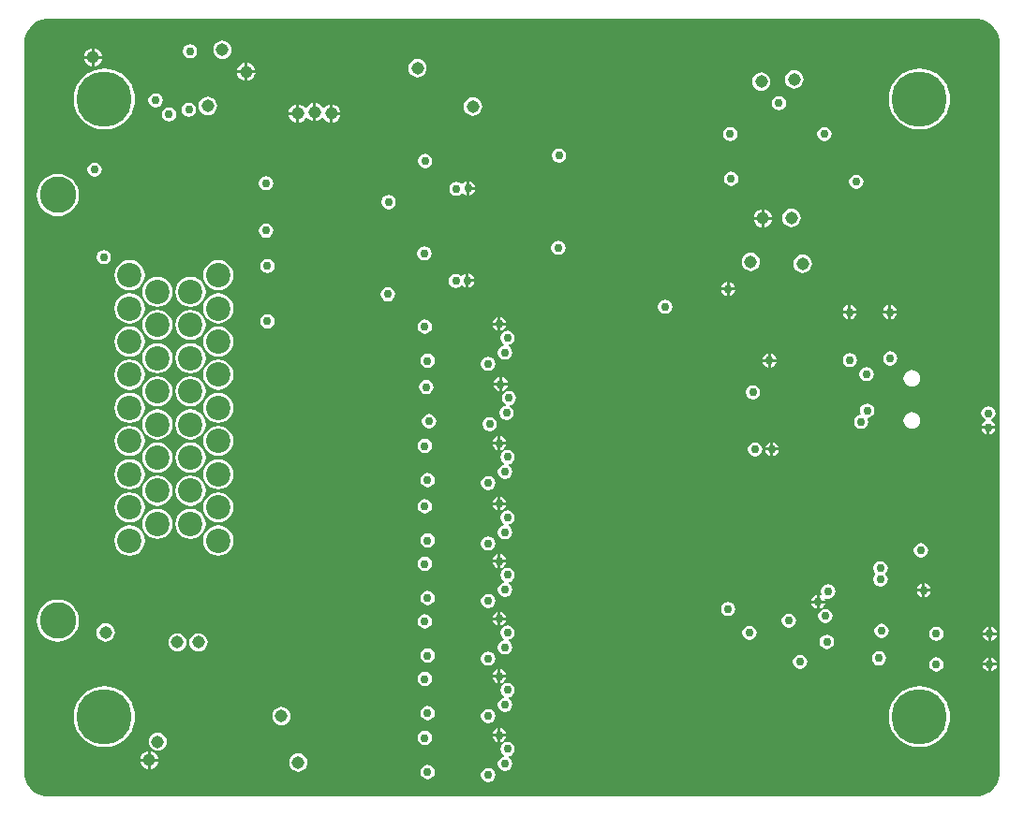
<source format=gbr>
%TF.GenerationSoftware,Altium Limited,Altium Designer,19.0.10 (269)*%
G04 Layer_Physical_Order=3*
G04 Layer_Color=16440176*
%FSLAX26Y26*%
%MOIN*%
%TF.FileFunction,Copper,L3,Inr,Signal*%
%TF.Part,Single*%
G01*
G75*
%TA.AperFunction,ViaPad*%
%ADD31C,0.196850*%
%TA.AperFunction,ComponentPad*%
%ADD32C,0.086614*%
%ADD33C,0.129921*%
%TA.AperFunction,ViaPad*%
%ADD34C,0.030000*%
%ADD35C,0.045000*%
G36*
X3424708Y2781451D02*
X3440124Y2775066D01*
X3453997Y2765796D01*
X3465796Y2753997D01*
X3475066Y2740124D01*
X3481451Y2724708D01*
X3484707Y2708343D01*
Y2700000D01*
Y100000D01*
Y91657D01*
X3481451Y75292D01*
X3475066Y59876D01*
X3465796Y46003D01*
X3453997Y34204D01*
X3440124Y24934D01*
X3424708Y18549D01*
X3408343Y15293D01*
X91657D01*
X75292Y18549D01*
X59876Y24934D01*
X46003Y34204D01*
X34204Y46003D01*
X24934Y59876D01*
X18549Y75292D01*
X15293Y91657D01*
Y100000D01*
Y2700000D01*
Y2708343D01*
X18549Y2724708D01*
X24934Y2740124D01*
X34204Y2753997D01*
X46003Y2765796D01*
X59876Y2775066D01*
X75292Y2781451D01*
X91657Y2784707D01*
X3408343D01*
X3424708Y2781451D01*
D02*
G37*
%LPC*%
G36*
X265000Y2681334D02*
Y2654212D01*
X292122D01*
X291663Y2657697D01*
X288389Y2665602D01*
X283179Y2672392D01*
X276390Y2677601D01*
X268484Y2680876D01*
X265000Y2681334D01*
D02*
G37*
G36*
X255000D02*
X251516Y2680876D01*
X243610Y2677601D01*
X236821Y2672392D01*
X231611Y2665602D01*
X228337Y2657697D01*
X227878Y2654212D01*
X255000D01*
Y2681334D01*
D02*
G37*
G36*
X604353Y2695998D02*
X594598Y2694057D01*
X586329Y2688532D01*
X580803Y2680262D01*
X578863Y2670508D01*
X580803Y2660753D01*
X586329Y2652484D01*
X594598Y2646958D01*
X604353Y2645018D01*
X614107Y2646958D01*
X622377Y2652484D01*
X627902Y2660753D01*
X629842Y2670508D01*
X627902Y2680262D01*
X622377Y2688532D01*
X614107Y2694057D01*
X604353Y2695998D01*
D02*
G37*
G36*
X720000Y2707780D02*
X711516Y2706663D01*
X703610Y2703389D01*
X696821Y2698179D01*
X691611Y2691390D01*
X688337Y2683484D01*
X687220Y2675000D01*
X688337Y2666516D01*
X691611Y2658610D01*
X696821Y2651821D01*
X703610Y2646611D01*
X711516Y2643337D01*
X720000Y2642220D01*
X728484Y2643337D01*
X736390Y2646611D01*
X743179Y2651821D01*
X748389Y2658610D01*
X751663Y2666516D01*
X752780Y2675000D01*
X751663Y2683484D01*
X748389Y2691390D01*
X743179Y2698179D01*
X736390Y2703389D01*
X728484Y2706663D01*
X720000Y2707780D01*
D02*
G37*
G36*
X292122Y2644212D02*
X265000D01*
Y2617090D01*
X268484Y2617549D01*
X276390Y2620824D01*
X283179Y2626033D01*
X288389Y2632822D01*
X291663Y2640728D01*
X292122Y2644212D01*
D02*
G37*
G36*
X255000D02*
X227878D01*
X228337Y2640728D01*
X231611Y2632822D01*
X236821Y2626033D01*
X243610Y2620824D01*
X251516Y2617549D01*
X255000Y2617090D01*
Y2644212D01*
D02*
G37*
G36*
X810000Y2629519D02*
Y2602397D01*
X837122D01*
X836663Y2605881D01*
X833389Y2613787D01*
X828179Y2620576D01*
X821390Y2625786D01*
X813484Y2629061D01*
X810000Y2629519D01*
D02*
G37*
G36*
X800000D02*
X796516Y2629061D01*
X788610Y2625786D01*
X781821Y2620576D01*
X776611Y2613787D01*
X773337Y2605881D01*
X772878Y2602397D01*
X800000D01*
Y2629519D01*
D02*
G37*
G36*
X1413852Y2642780D02*
X1405368Y2641663D01*
X1397462Y2638389D01*
X1390673Y2633179D01*
X1385463Y2626390D01*
X1382188Y2618484D01*
X1381072Y2610000D01*
X1382188Y2601516D01*
X1385463Y2593610D01*
X1390673Y2586821D01*
X1397462Y2581611D01*
X1405368Y2578337D01*
X1413852Y2577220D01*
X1422336Y2578337D01*
X1430242Y2581611D01*
X1437031Y2586821D01*
X1442241Y2593610D01*
X1445515Y2601516D01*
X1446632Y2610000D01*
X1445515Y2618484D01*
X1442241Y2626390D01*
X1437031Y2633179D01*
X1430242Y2638389D01*
X1422336Y2641663D01*
X1413852Y2642780D01*
D02*
G37*
G36*
X837122Y2592397D02*
X810000D01*
Y2565275D01*
X813484Y2565734D01*
X821390Y2569008D01*
X828179Y2574218D01*
X833389Y2581007D01*
X836663Y2588913D01*
X837122Y2592397D01*
D02*
G37*
G36*
X800000D02*
X772878D01*
X773337Y2588913D01*
X776611Y2581007D01*
X781821Y2574218D01*
X788610Y2569008D01*
X796516Y2565734D01*
X800000Y2565275D01*
Y2592397D01*
D02*
G37*
G36*
X2755000Y2602780D02*
X2746516Y2601663D01*
X2738610Y2598389D01*
X2731821Y2593179D01*
X2726611Y2586390D01*
X2723337Y2578484D01*
X2722220Y2570000D01*
X2723337Y2561516D01*
X2726611Y2553610D01*
X2731821Y2546821D01*
X2738610Y2541611D01*
X2746516Y2538337D01*
X2755000Y2537220D01*
X2763484Y2538337D01*
X2771390Y2541611D01*
X2778179Y2546821D01*
X2783389Y2553610D01*
X2786663Y2561516D01*
X2787780Y2570000D01*
X2786663Y2578484D01*
X2783389Y2586390D01*
X2778179Y2593179D01*
X2771390Y2598389D01*
X2763484Y2601663D01*
X2755000Y2602780D01*
D02*
G37*
G36*
X2637014Y2594610D02*
X2628530Y2593493D01*
X2620624Y2590218D01*
X2613835Y2585008D01*
X2608625Y2578220D01*
X2605351Y2570314D01*
X2604234Y2561829D01*
X2605351Y2553345D01*
X2608625Y2545439D01*
X2613835Y2538650D01*
X2620624Y2533441D01*
X2628530Y2530166D01*
X2637014Y2529049D01*
X2645498Y2530166D01*
X2653404Y2533441D01*
X2660193Y2538650D01*
X2665403Y2545439D01*
X2668677Y2553345D01*
X2669794Y2561829D01*
X2668677Y2570314D01*
X2665403Y2578220D01*
X2660193Y2585008D01*
X2653404Y2590218D01*
X2645498Y2593493D01*
X2637014Y2594610D01*
D02*
G37*
G36*
X482323Y2520490D02*
X472568Y2518550D01*
X464299Y2513024D01*
X458773Y2504755D01*
X456833Y2495000D01*
X458773Y2485245D01*
X464299Y2476976D01*
X472568Y2471450D01*
X482323Y2469510D01*
X492077Y2471450D01*
X500347Y2476976D01*
X505872Y2485245D01*
X507813Y2495000D01*
X505872Y2504755D01*
X500347Y2513024D01*
X492077Y2518550D01*
X482323Y2520490D01*
D02*
G37*
G36*
X1042776Y2485783D02*
X1039292Y2485325D01*
X1031386Y2482050D01*
X1024597Y2476840D01*
X1019387Y2470051D01*
X1019122Y2469411D01*
X1013398Y2468657D01*
X1010955Y2471840D01*
X1004166Y2477050D01*
X996260Y2480325D01*
X992776Y2480783D01*
Y2448661D01*
Y2416539D01*
X996260Y2416998D01*
X1004166Y2420272D01*
X1010955Y2425482D01*
X1016164Y2432271D01*
X1016430Y2432912D01*
X1022154Y2433665D01*
X1024597Y2430482D01*
X1031386Y2425272D01*
X1039292Y2421998D01*
X1042776Y2421539D01*
Y2453661D01*
Y2485783D01*
D02*
G37*
G36*
X2700000Y2510489D02*
X2690245Y2508549D01*
X2681976Y2503024D01*
X2676450Y2494754D01*
X2674510Y2485000D01*
X2676450Y2475245D01*
X2681976Y2466976D01*
X2690245Y2461450D01*
X2700000Y2459510D01*
X2709754Y2461450D01*
X2718024Y2466976D01*
X2723549Y2475245D01*
X2725489Y2485000D01*
X2723549Y2494754D01*
X2718024Y2503024D01*
X2709754Y2508549D01*
X2700000Y2510489D01*
D02*
G37*
G36*
X1112776Y2480783D02*
Y2453661D01*
X1139898D01*
X1139439Y2457145D01*
X1136164Y2465051D01*
X1130955Y2471840D01*
X1124166Y2477050D01*
X1116260Y2480325D01*
X1112776Y2480783D01*
D02*
G37*
G36*
X982776D02*
X979292Y2480325D01*
X971385Y2477050D01*
X964596Y2471840D01*
X959387Y2465051D01*
X956112Y2457145D01*
X955654Y2453661D01*
X982776D01*
Y2480783D01*
D02*
G37*
G36*
X667912Y2507780D02*
X659428Y2506663D01*
X651522Y2503389D01*
X644733Y2498179D01*
X639524Y2491390D01*
X636249Y2483484D01*
X635132Y2475000D01*
X636249Y2466516D01*
X639524Y2458610D01*
X644733Y2451821D01*
X651522Y2446611D01*
X659428Y2443337D01*
X667912Y2442220D01*
X676396Y2443337D01*
X684302Y2446611D01*
X691091Y2451821D01*
X696301Y2458610D01*
X699576Y2466516D01*
X700693Y2475000D01*
X699576Y2483484D01*
X696301Y2491390D01*
X691091Y2498179D01*
X684302Y2503389D01*
X676396Y2506663D01*
X667912Y2507780D01*
D02*
G37*
G36*
X1611104Y2506225D02*
X1602620Y2505108D01*
X1594714Y2501833D01*
X1587925Y2496624D01*
X1582715Y2489835D01*
X1579440Y2481929D01*
X1578323Y2473445D01*
X1579440Y2464960D01*
X1582715Y2457054D01*
X1587925Y2450265D01*
X1594714Y2445056D01*
X1602620Y2441781D01*
X1611104Y2440664D01*
X1619588Y2441781D01*
X1627494Y2445056D01*
X1634283Y2450265D01*
X1639493Y2457054D01*
X1642767Y2464960D01*
X1643884Y2473445D01*
X1642767Y2481929D01*
X1639493Y2489835D01*
X1634283Y2496624D01*
X1627494Y2501833D01*
X1619588Y2505108D01*
X1611104Y2506225D01*
D02*
G37*
G36*
X600305Y2487415D02*
X590551Y2485474D01*
X582281Y2479949D01*
X576756Y2471679D01*
X574815Y2461925D01*
X576756Y2452170D01*
X582281Y2443901D01*
X590551Y2438375D01*
X600305Y2436435D01*
X610060Y2438375D01*
X618329Y2443901D01*
X623855Y2452170D01*
X625795Y2461925D01*
X623855Y2471679D01*
X618329Y2479949D01*
X610060Y2485474D01*
X600305Y2487415D01*
D02*
G37*
G36*
X530000Y2470490D02*
X520245Y2468550D01*
X511976Y2463024D01*
X506450Y2454755D01*
X504510Y2445000D01*
X506450Y2435245D01*
X511976Y2426976D01*
X520245Y2421450D01*
X530000Y2419510D01*
X539755Y2421450D01*
X548024Y2426976D01*
X553549Y2435245D01*
X555490Y2445000D01*
X553549Y2454755D01*
X548024Y2463024D01*
X539755Y2468550D01*
X530000Y2470490D01*
D02*
G37*
G36*
X1139898Y2443661D02*
X1112776D01*
Y2416539D01*
X1116260Y2416998D01*
X1124166Y2420272D01*
X1130955Y2425482D01*
X1136164Y2432271D01*
X1139439Y2440177D01*
X1139898Y2443661D01*
D02*
G37*
G36*
X1052776Y2485783D02*
Y2453661D01*
Y2421539D01*
X1056260Y2421998D01*
X1064166Y2425272D01*
X1070955Y2430482D01*
X1073398Y2433665D01*
X1079122Y2432912D01*
X1079387Y2432271D01*
X1084597Y2425482D01*
X1091386Y2420272D01*
X1099292Y2416998D01*
X1102776Y2416539D01*
Y2448661D01*
Y2480783D01*
X1099292Y2480325D01*
X1091386Y2477050D01*
X1084597Y2471840D01*
X1082154Y2468657D01*
X1076430Y2469411D01*
X1076164Y2470051D01*
X1070955Y2476840D01*
X1064166Y2482050D01*
X1056260Y2485325D01*
X1052776Y2485783D01*
D02*
G37*
G36*
X982776Y2443661D02*
X955654D01*
X956112Y2440177D01*
X959387Y2432271D01*
X964596Y2425482D01*
X971385Y2420272D01*
X979292Y2416998D01*
X982776Y2416539D01*
Y2443661D01*
D02*
G37*
G36*
X3200000Y2608760D02*
X3182986Y2607421D01*
X3166391Y2603437D01*
X3150624Y2596906D01*
X3136072Y2587989D01*
X3123095Y2576905D01*
X3112011Y2563928D01*
X3103094Y2549376D01*
X3096563Y2533609D01*
X3092579Y2517014D01*
X3091240Y2500000D01*
X3092579Y2482986D01*
X3096563Y2466391D01*
X3103094Y2450624D01*
X3112011Y2436072D01*
X3123095Y2423095D01*
X3136072Y2412011D01*
X3150624Y2403094D01*
X3166391Y2396563D01*
X3182986Y2392579D01*
X3200000Y2391240D01*
X3217014Y2392579D01*
X3233609Y2396563D01*
X3249376Y2403094D01*
X3263928Y2412011D01*
X3276905Y2423095D01*
X3287989Y2436072D01*
X3296906Y2450624D01*
X3303437Y2466391D01*
X3307421Y2482986D01*
X3308760Y2500000D01*
X3307421Y2517014D01*
X3303437Y2533609D01*
X3296906Y2549376D01*
X3287989Y2563928D01*
X3276905Y2576905D01*
X3263928Y2587989D01*
X3249376Y2596906D01*
X3233609Y2603437D01*
X3217014Y2607421D01*
X3200000Y2608760D01*
D02*
G37*
G36*
X300000D02*
X282986Y2607421D01*
X266391Y2603437D01*
X250624Y2596906D01*
X236072Y2587989D01*
X223095Y2576905D01*
X212011Y2563928D01*
X203094Y2549376D01*
X196563Y2533609D01*
X192578Y2517014D01*
X191239Y2500000D01*
X192578Y2482986D01*
X196563Y2466391D01*
X203094Y2450624D01*
X212011Y2436072D01*
X223095Y2423095D01*
X236072Y2412011D01*
X250624Y2403094D01*
X266391Y2396563D01*
X282986Y2392579D01*
X300000Y2391240D01*
X317014Y2392579D01*
X333609Y2396563D01*
X349376Y2403094D01*
X363928Y2412011D01*
X376905Y2423095D01*
X387989Y2436072D01*
X396906Y2450624D01*
X403437Y2466391D01*
X407421Y2482986D01*
X408760Y2500000D01*
X407421Y2517014D01*
X403437Y2533609D01*
X396906Y2549376D01*
X387989Y2563928D01*
X376905Y2576905D01*
X363928Y2587989D01*
X349376Y2596906D01*
X333609Y2603437D01*
X317014Y2607421D01*
X300000Y2608760D01*
D02*
G37*
G36*
X2861657Y2400653D02*
X2851902Y2398713D01*
X2843633Y2393187D01*
X2838107Y2384918D01*
X2836167Y2375163D01*
X2838107Y2365409D01*
X2843633Y2357139D01*
X2851902Y2351614D01*
X2861657Y2349673D01*
X2871411Y2351614D01*
X2879680Y2357139D01*
X2885206Y2365409D01*
X2887146Y2375163D01*
X2885206Y2384918D01*
X2879680Y2393187D01*
X2871411Y2398713D01*
X2861657Y2400653D01*
D02*
G37*
G36*
X2526657D02*
X2516902Y2398713D01*
X2508633Y2393187D01*
X2503107Y2384918D01*
X2501167Y2375163D01*
X2503107Y2365409D01*
X2508633Y2357139D01*
X2516902Y2351614D01*
X2526657Y2349673D01*
X2536411Y2351614D01*
X2544680Y2357139D01*
X2550206Y2365409D01*
X2552146Y2375163D01*
X2550206Y2384918D01*
X2544680Y2393187D01*
X2536411Y2398713D01*
X2526657Y2400653D01*
D02*
G37*
G36*
X1917688Y2324049D02*
X1907933Y2322109D01*
X1899664Y2316583D01*
X1894138Y2308314D01*
X1892198Y2298559D01*
X1894138Y2288805D01*
X1899664Y2280535D01*
X1907933Y2275010D01*
X1917688Y2273069D01*
X1927442Y2275010D01*
X1935712Y2280535D01*
X1941237Y2288805D01*
X1943178Y2298559D01*
X1941237Y2308314D01*
X1935712Y2316583D01*
X1927442Y2322109D01*
X1917688Y2324049D01*
D02*
G37*
G36*
X1441322Y2304808D02*
X1431567Y2302868D01*
X1423298Y2297343D01*
X1417772Y2289073D01*
X1415832Y2279319D01*
X1417772Y2269564D01*
X1423298Y2261295D01*
X1431567Y2255769D01*
X1441322Y2253829D01*
X1451076Y2255769D01*
X1459346Y2261295D01*
X1464871Y2269564D01*
X1466812Y2279319D01*
X1464871Y2289073D01*
X1459346Y2297343D01*
X1451076Y2302868D01*
X1441322Y2304808D01*
D02*
G37*
G36*
X265000Y2273496D02*
X255245Y2271555D01*
X246976Y2266030D01*
X241451Y2257760D01*
X239510Y2248006D01*
X241451Y2238251D01*
X246976Y2229982D01*
X255245Y2224456D01*
X265000Y2222516D01*
X274755Y2224456D01*
X283024Y2229982D01*
X288550Y2238251D01*
X290490Y2248006D01*
X288550Y2257760D01*
X283024Y2266030D01*
X274755Y2271555D01*
X265000Y2273496D01*
D02*
G37*
G36*
X1588593Y2206648D02*
X1583839Y2205703D01*
X1575570Y2200177D01*
X1574281Y2198248D01*
X1570793D01*
X1562523Y2203773D01*
X1552769Y2205714D01*
X1543014Y2203773D01*
X1534745Y2198248D01*
X1529219Y2189979D01*
X1527279Y2180224D01*
X1529219Y2170470D01*
X1534745Y2162200D01*
X1543014Y2156675D01*
X1552769Y2154734D01*
X1562523Y2156675D01*
X1570793Y2162200D01*
X1572082Y2164129D01*
X1575570D01*
X1583839Y2158604D01*
X1588593Y2157658D01*
Y2182153D01*
Y2206648D01*
D02*
G37*
G36*
X2530000Y2241226D02*
X2520245Y2239285D01*
X2511976Y2233760D01*
X2506450Y2225490D01*
X2504510Y2215736D01*
X2506450Y2205981D01*
X2511976Y2197712D01*
X2520245Y2192186D01*
X2530000Y2190246D01*
X2539755Y2192186D01*
X2548024Y2197712D01*
X2553550Y2205981D01*
X2555490Y2215736D01*
X2553550Y2225490D01*
X2548024Y2233760D01*
X2539755Y2239285D01*
X2530000Y2241226D01*
D02*
G37*
G36*
X1598593Y2206648D02*
Y2187153D01*
X1618089D01*
X1617143Y2191908D01*
X1611618Y2200177D01*
X1603348Y2205703D01*
X1598593Y2206648D01*
D02*
G37*
G36*
X2975000Y2230490D02*
X2965245Y2228550D01*
X2956976Y2223024D01*
X2951450Y2214755D01*
X2949510Y2205000D01*
X2951450Y2195245D01*
X2956976Y2186976D01*
X2965245Y2181450D01*
X2975000Y2179510D01*
X2984755Y2181450D01*
X2993024Y2186976D01*
X2998550Y2195245D01*
X3000490Y2205000D01*
X2998550Y2214755D01*
X2993024Y2223024D01*
X2984755Y2228550D01*
X2975000Y2230490D01*
D02*
G37*
G36*
X875000Y2225490D02*
X865245Y2223550D01*
X856976Y2218024D01*
X851451Y2209755D01*
X849510Y2200000D01*
X851451Y2190245D01*
X856976Y2181976D01*
X865245Y2176450D01*
X875000Y2174510D01*
X884755Y2176450D01*
X893024Y2181976D01*
X898549Y2190245D01*
X900490Y2200000D01*
X898549Y2209755D01*
X893024Y2218024D01*
X884755Y2223550D01*
X875000Y2225490D01*
D02*
G37*
G36*
X1618089Y2177153D02*
X1598593D01*
Y2157658D01*
X1603348Y2158604D01*
X1611618Y2164129D01*
X1617143Y2172399D01*
X1618089Y2177153D01*
D02*
G37*
G36*
X1311108Y2158548D02*
X1301353Y2156608D01*
X1293084Y2151083D01*
X1287558Y2142813D01*
X1285618Y2133059D01*
X1287558Y2123304D01*
X1293084Y2115035D01*
X1301353Y2109509D01*
X1311108Y2107569D01*
X1320862Y2109509D01*
X1329132Y2115035D01*
X1334657Y2123304D01*
X1336598Y2133059D01*
X1334657Y2142813D01*
X1329132Y2151083D01*
X1320862Y2156608D01*
X1311108Y2158548D01*
D02*
G37*
G36*
X134095Y2233197D02*
X119400Y2231750D01*
X105269Y2227464D01*
X92247Y2220503D01*
X80833Y2211136D01*
X71466Y2199721D01*
X64505Y2186699D01*
X60218Y2172569D01*
X58771Y2157874D01*
X60218Y2143179D01*
X64505Y2129049D01*
X71466Y2116027D01*
X80833Y2104612D01*
X92247Y2095245D01*
X105269Y2088284D01*
X119400Y2083998D01*
X134095Y2082551D01*
X148789Y2083998D01*
X162919Y2088284D01*
X175942Y2095245D01*
X187356Y2104612D01*
X196724Y2116027D01*
X203684Y2129049D01*
X207970Y2143179D01*
X209418Y2157874D01*
X207970Y2172569D01*
X203684Y2186699D01*
X196724Y2199721D01*
X187356Y2211136D01*
X175942Y2220503D01*
X162919Y2227464D01*
X148789Y2231750D01*
X134095Y2233197D01*
D02*
G37*
G36*
X2647919Y2107122D02*
Y2080000D01*
X2675042D01*
X2674583Y2083484D01*
X2671308Y2091390D01*
X2666099Y2098179D01*
X2659310Y2103389D01*
X2651404Y2106663D01*
X2647919Y2107122D01*
D02*
G37*
G36*
X2637919D02*
X2634435Y2106663D01*
X2626529Y2103389D01*
X2619740Y2098179D01*
X2614531Y2091390D01*
X2611256Y2083484D01*
X2610797Y2080000D01*
X2637919D01*
Y2107122D01*
D02*
G37*
G36*
X2744727Y2109046D02*
X2736243Y2107929D01*
X2728337Y2104654D01*
X2721548Y2099445D01*
X2716339Y2092656D01*
X2713064Y2084750D01*
X2711947Y2076266D01*
X2713064Y2067782D01*
X2716339Y2059876D01*
X2721548Y2053086D01*
X2728337Y2047877D01*
X2736243Y2044602D01*
X2744727Y2043485D01*
X2753212Y2044602D01*
X2761118Y2047877D01*
X2767907Y2053086D01*
X2773116Y2059876D01*
X2776391Y2067782D01*
X2777508Y2076266D01*
X2776391Y2084750D01*
X2773116Y2092656D01*
X2767907Y2099445D01*
X2761118Y2104654D01*
X2753212Y2107929D01*
X2744727Y2109046D01*
D02*
G37*
G36*
X2675042Y2070000D02*
X2647919D01*
Y2042878D01*
X2651404Y2043337D01*
X2659310Y2046611D01*
X2666099Y2051821D01*
X2671308Y2058610D01*
X2674583Y2066516D01*
X2675042Y2070000D01*
D02*
G37*
G36*
X2637919D02*
X2610797D01*
X2611256Y2066516D01*
X2614531Y2058610D01*
X2619740Y2051821D01*
X2626529Y2046611D01*
X2634435Y2043337D01*
X2637919Y2042878D01*
Y2070000D01*
D02*
G37*
G36*
X875000Y2056564D02*
X865245Y2054624D01*
X856976Y2049098D01*
X851451Y2040829D01*
X849510Y2031074D01*
X851451Y2021320D01*
X856976Y2013050D01*
X865245Y2007525D01*
X875000Y2005585D01*
X884755Y2007525D01*
X893024Y2013050D01*
X898549Y2021320D01*
X900490Y2031074D01*
X898549Y2040829D01*
X893024Y2049098D01*
X884755Y2054624D01*
X875000Y2056564D01*
D02*
G37*
G36*
X1915218Y1995490D02*
X1905463Y1993550D01*
X1897194Y1988024D01*
X1891668Y1979755D01*
X1889728Y1970000D01*
X1891668Y1960245D01*
X1897194Y1951976D01*
X1905463Y1946450D01*
X1915218Y1944510D01*
X1924972Y1946450D01*
X1933242Y1951976D01*
X1938767Y1960245D01*
X1940708Y1970000D01*
X1938767Y1979755D01*
X1933242Y1988024D01*
X1924972Y1993550D01*
X1915218Y1995490D01*
D02*
G37*
G36*
X1438852Y1976249D02*
X1429097Y1974309D01*
X1420828Y1968784D01*
X1415302Y1960514D01*
X1413362Y1950759D01*
X1415302Y1941005D01*
X1420828Y1932736D01*
X1429097Y1927210D01*
X1438852Y1925270D01*
X1448606Y1927210D01*
X1456876Y1932736D01*
X1462401Y1941005D01*
X1464342Y1950759D01*
X1462401Y1960514D01*
X1456876Y1968784D01*
X1448606Y1974309D01*
X1438852Y1976249D01*
D02*
G37*
G36*
X297603Y1962714D02*
X287848Y1960774D01*
X279579Y1955248D01*
X274053Y1946979D01*
X272113Y1937224D01*
X274053Y1927470D01*
X279579Y1919200D01*
X287848Y1913675D01*
X297603Y1911735D01*
X307357Y1913675D01*
X315627Y1919200D01*
X321152Y1927470D01*
X323092Y1937224D01*
X321152Y1946979D01*
X315627Y1955248D01*
X307357Y1960774D01*
X297603Y1962714D01*
D02*
G37*
G36*
X2600000Y1952780D02*
X2591516Y1951663D01*
X2583610Y1948389D01*
X2576821Y1943179D01*
X2571611Y1936390D01*
X2568337Y1928484D01*
X2567220Y1920000D01*
X2568337Y1911516D01*
X2571611Y1903610D01*
X2576821Y1896821D01*
X2583610Y1891611D01*
X2591516Y1888337D01*
X2600000Y1887220D01*
X2608484Y1888337D01*
X2616390Y1891611D01*
X2623179Y1896821D01*
X2628389Y1903610D01*
X2631663Y1911516D01*
X2632780Y1920000D01*
X2631663Y1928484D01*
X2628389Y1936390D01*
X2623179Y1943179D01*
X2616390Y1948389D01*
X2608484Y1951663D01*
X2600000Y1952780D01*
D02*
G37*
G36*
X2784652Y1946481D02*
X2776168Y1945364D01*
X2768262Y1942089D01*
X2761473Y1936880D01*
X2756263Y1930091D01*
X2752988Y1922185D01*
X2751871Y1913701D01*
X2752988Y1905216D01*
X2756263Y1897311D01*
X2761473Y1890522D01*
X2768262Y1885312D01*
X2776168Y1882037D01*
X2784652Y1880920D01*
X2793136Y1882037D01*
X2801042Y1885312D01*
X2807831Y1890522D01*
X2813041Y1897311D01*
X2816315Y1905216D01*
X2817432Y1913701D01*
X2816315Y1922185D01*
X2813041Y1930091D01*
X2807831Y1936880D01*
X2801042Y1942089D01*
X2793136Y1945364D01*
X2784652Y1946481D01*
D02*
G37*
G36*
X880000Y1930490D02*
X870245Y1928550D01*
X861976Y1923024D01*
X856451Y1914755D01*
X854510Y1905000D01*
X856451Y1895245D01*
X861976Y1886976D01*
X870245Y1881450D01*
X880000Y1879510D01*
X889755Y1881450D01*
X898024Y1886976D01*
X903549Y1895245D01*
X905490Y1905000D01*
X903549Y1914755D01*
X898024Y1923024D01*
X889755Y1928550D01*
X880000Y1930490D01*
D02*
G37*
G36*
X1586124Y1878089D02*
X1581369Y1877144D01*
X1573100Y1871618D01*
X1571811Y1869689D01*
X1568323D01*
X1560053Y1875214D01*
X1550299Y1877155D01*
X1540544Y1875214D01*
X1532275Y1869689D01*
X1526749Y1861419D01*
X1524809Y1851665D01*
X1526749Y1841910D01*
X1532275Y1833641D01*
X1540544Y1828115D01*
X1550299Y1826175D01*
X1560053Y1828115D01*
X1568323Y1833641D01*
X1569612Y1835570D01*
X1573100D01*
X1581369Y1830045D01*
X1586124Y1829099D01*
Y1853594D01*
Y1878089D01*
D02*
G37*
G36*
X1596124D02*
Y1858594D01*
X1615619D01*
X1614673Y1863349D01*
X1609148Y1871618D01*
X1600878Y1877144D01*
X1596124Y1878089D01*
D02*
G37*
G36*
X1615619Y1848594D02*
X1596124D01*
Y1829099D01*
X1600878Y1830045D01*
X1609148Y1835570D01*
X1614673Y1843840D01*
X1615619Y1848594D01*
D02*
G37*
G36*
X2524221Y1848464D02*
Y1828969D01*
X2543716D01*
X2542771Y1833724D01*
X2537245Y1841993D01*
X2528976Y1847519D01*
X2524221Y1848464D01*
D02*
G37*
G36*
X2514221D02*
X2509467Y1847519D01*
X2501197Y1841993D01*
X2495672Y1833724D01*
X2494726Y1828969D01*
X2514221D01*
Y1848464D01*
D02*
G37*
G36*
X704961Y1926208D02*
X691045Y1924376D01*
X678077Y1919005D01*
X666942Y1910460D01*
X658397Y1899324D01*
X653026Y1886357D01*
X651193Y1872441D01*
X653026Y1858525D01*
X658397Y1845557D01*
X666942Y1834422D01*
X678077Y1825877D01*
X691045Y1820506D01*
X704961Y1818674D01*
X718876Y1820506D01*
X731844Y1825877D01*
X742980Y1834422D01*
X751524Y1845557D01*
X756896Y1858525D01*
X758728Y1872441D01*
X756896Y1886357D01*
X751524Y1899324D01*
X742980Y1910460D01*
X731844Y1919005D01*
X718876Y1924376D01*
X704961Y1926208D01*
D02*
G37*
G36*
X390000D02*
X376084Y1924376D01*
X363116Y1919005D01*
X351981Y1910460D01*
X343436Y1899324D01*
X338065Y1886357D01*
X336233Y1872441D01*
X338065Y1858525D01*
X343436Y1845557D01*
X351981Y1834422D01*
X363116Y1825877D01*
X376084Y1820506D01*
X390000Y1818674D01*
X403916Y1820506D01*
X416884Y1825877D01*
X428019Y1834422D01*
X436564Y1845557D01*
X441935Y1858525D01*
X443767Y1872441D01*
X441935Y1886357D01*
X436564Y1899324D01*
X428019Y1910460D01*
X416884Y1919005D01*
X403916Y1924376D01*
X390000Y1926208D01*
D02*
G37*
G36*
X2543716Y1818969D02*
X2524221D01*
Y1799474D01*
X2528976Y1800420D01*
X2537245Y1805945D01*
X2542771Y1814215D01*
X2543716Y1818969D01*
D02*
G37*
G36*
X2514221D02*
X2494726D01*
X2495672Y1814215D01*
X2501197Y1805945D01*
X2509467Y1800420D01*
X2514221Y1799474D01*
Y1818969D01*
D02*
G37*
G36*
X1308638Y1829989D02*
X1298883Y1828049D01*
X1290614Y1822524D01*
X1285088Y1814254D01*
X1283148Y1804500D01*
X1285088Y1794745D01*
X1290614Y1786476D01*
X1298883Y1780950D01*
X1308638Y1779010D01*
X1318392Y1780950D01*
X1326662Y1786476D01*
X1332187Y1794745D01*
X1334128Y1804500D01*
X1332187Y1814254D01*
X1326662Y1822524D01*
X1318392Y1828049D01*
X1308638Y1829989D01*
D02*
G37*
G36*
X606535Y1867153D02*
X592620Y1865321D01*
X579652Y1859949D01*
X568516Y1851405D01*
X559972Y1840269D01*
X554600Y1827302D01*
X552768Y1813386D01*
X554600Y1799470D01*
X559972Y1786502D01*
X568516Y1775367D01*
X579652Y1766822D01*
X592620Y1761451D01*
X606535Y1759619D01*
X620451Y1761451D01*
X633419Y1766822D01*
X644554Y1775367D01*
X653099Y1786502D01*
X658470Y1799470D01*
X660303Y1813386D01*
X658470Y1827302D01*
X653099Y1840269D01*
X644554Y1851405D01*
X633419Y1859949D01*
X620451Y1865321D01*
X606535Y1867153D01*
D02*
G37*
G36*
X488425D02*
X474509Y1865321D01*
X461542Y1859949D01*
X450406Y1851405D01*
X441861Y1840269D01*
X436490Y1827302D01*
X434658Y1813386D01*
X436490Y1799470D01*
X441861Y1786502D01*
X450406Y1775367D01*
X461542Y1766822D01*
X474509Y1761451D01*
X488425Y1759619D01*
X502341Y1761451D01*
X515309Y1766822D01*
X526444Y1775367D01*
X534989Y1786502D01*
X540360Y1799470D01*
X542192Y1813386D01*
X540360Y1827302D01*
X534989Y1840269D01*
X526444Y1851405D01*
X515309Y1859949D01*
X502341Y1865321D01*
X488425Y1867153D01*
D02*
G37*
G36*
X3099646Y1765322D02*
Y1745827D01*
X3119142D01*
X3118196Y1750581D01*
X3112670Y1758851D01*
X3104401Y1764376D01*
X3099646Y1765322D01*
D02*
G37*
G36*
X3089646D02*
X3084892Y1764376D01*
X3076622Y1758851D01*
X3071097Y1750581D01*
X3070151Y1745827D01*
X3089646D01*
Y1765322D01*
D02*
G37*
G36*
X2956512D02*
Y1745827D01*
X2976007D01*
X2975061Y1750581D01*
X2969536Y1758851D01*
X2961266Y1764376D01*
X2956512Y1765322D01*
D02*
G37*
G36*
X2946512D02*
X2941757Y1764376D01*
X2933488Y1758851D01*
X2927962Y1750581D01*
X2927017Y1745827D01*
X2946512D01*
Y1765322D01*
D02*
G37*
G36*
X2295000Y1785456D02*
X2285245Y1783516D01*
X2276976Y1777990D01*
X2271450Y1769721D01*
X2269510Y1759966D01*
X2271450Y1750212D01*
X2276976Y1741942D01*
X2285245Y1736417D01*
X2295000Y1734477D01*
X2304755Y1736417D01*
X2313024Y1741942D01*
X2318550Y1750212D01*
X2320490Y1759966D01*
X2318550Y1769721D01*
X2313024Y1777990D01*
X2304755Y1783516D01*
X2295000Y1785456D01*
D02*
G37*
G36*
X3119142Y1735827D02*
X3099646D01*
Y1716332D01*
X3104401Y1717277D01*
X3112670Y1722803D01*
X3118196Y1731072D01*
X3119142Y1735827D01*
D02*
G37*
G36*
X3089646D02*
X3070151D01*
X3071097Y1731072D01*
X3076622Y1722803D01*
X3084892Y1717277D01*
X3089646Y1716332D01*
Y1735827D01*
D02*
G37*
G36*
X2976007D02*
X2956512D01*
Y1716332D01*
X2961266Y1717277D01*
X2969536Y1722803D01*
X2975061Y1731072D01*
X2976007Y1735827D01*
D02*
G37*
G36*
X2946512D02*
X2927017D01*
X2927962Y1731072D01*
X2933488Y1722803D01*
X2941757Y1717277D01*
X2946512Y1716332D01*
Y1735827D01*
D02*
G37*
G36*
X1710000Y1723856D02*
Y1704361D01*
X1729495D01*
X1728550Y1709115D01*
X1723024Y1717385D01*
X1714755Y1722910D01*
X1710000Y1723856D01*
D02*
G37*
G36*
X1700000D02*
X1695246Y1722910D01*
X1686976Y1717385D01*
X1681451Y1709115D01*
X1680505Y1704361D01*
X1700000D01*
Y1723856D01*
D02*
G37*
G36*
X704961Y1808098D02*
X691045Y1806266D01*
X678077Y1800894D01*
X666942Y1792350D01*
X658397Y1781214D01*
X653026Y1768247D01*
X651193Y1754331D01*
X653026Y1740415D01*
X658397Y1727447D01*
X666942Y1716312D01*
X678077Y1707767D01*
X691045Y1702396D01*
X704961Y1700564D01*
X718876Y1702396D01*
X731844Y1707767D01*
X742980Y1716312D01*
X751524Y1727447D01*
X756896Y1740415D01*
X758728Y1754331D01*
X756896Y1768247D01*
X751524Y1781214D01*
X742980Y1792350D01*
X731844Y1800894D01*
X718876Y1806266D01*
X704961Y1808098D01*
D02*
G37*
G36*
X390000D02*
X376084Y1806266D01*
X363116Y1800894D01*
X351981Y1792350D01*
X343436Y1781214D01*
X338065Y1768247D01*
X336233Y1754331D01*
X338065Y1740415D01*
X343436Y1727447D01*
X351981Y1716312D01*
X363116Y1707767D01*
X376084Y1702396D01*
X390000Y1700564D01*
X403916Y1702396D01*
X416884Y1707767D01*
X428019Y1716312D01*
X436564Y1727447D01*
X441935Y1740415D01*
X443767Y1754331D01*
X441935Y1768247D01*
X436564Y1781214D01*
X428019Y1792350D01*
X416884Y1800894D01*
X403916Y1806266D01*
X390000Y1808098D01*
D02*
G37*
G36*
X880000Y1733237D02*
X870245Y1731296D01*
X861976Y1725771D01*
X856451Y1717502D01*
X854510Y1707747D01*
X856451Y1697993D01*
X861976Y1689723D01*
X870245Y1684197D01*
X880000Y1682257D01*
X889755Y1684197D01*
X898024Y1689723D01*
X903549Y1697993D01*
X905490Y1707747D01*
X903549Y1717502D01*
X898024Y1725771D01*
X889755Y1731296D01*
X880000Y1733237D01*
D02*
G37*
G36*
X1729495Y1694361D02*
X1710000D01*
Y1674866D01*
X1714755Y1675811D01*
X1723024Y1681337D01*
X1728550Y1689606D01*
X1729495Y1694361D01*
D02*
G37*
G36*
X1700000D02*
X1680505D01*
X1681451Y1689606D01*
X1686976Y1681337D01*
X1695246Y1675811D01*
X1700000Y1674866D01*
Y1694361D01*
D02*
G37*
G36*
X1440000Y1714851D02*
X1430245Y1712910D01*
X1421976Y1707385D01*
X1416450Y1699115D01*
X1414510Y1689361D01*
X1416450Y1679606D01*
X1421976Y1671337D01*
X1430245Y1665811D01*
X1440000Y1663871D01*
X1449754Y1665811D01*
X1458024Y1671337D01*
X1463549Y1679606D01*
X1465489Y1689361D01*
X1463549Y1699115D01*
X1458024Y1707385D01*
X1449754Y1712910D01*
X1440000Y1714851D01*
D02*
G37*
G36*
X606535Y1749043D02*
X592620Y1747211D01*
X579652Y1741839D01*
X568516Y1733295D01*
X559972Y1722159D01*
X554600Y1709191D01*
X552768Y1695276D01*
X554600Y1681360D01*
X559972Y1668392D01*
X568516Y1657256D01*
X579652Y1648712D01*
X592620Y1643341D01*
X606535Y1641508D01*
X620451Y1643341D01*
X633419Y1648712D01*
X644554Y1657256D01*
X653099Y1668392D01*
X658470Y1681360D01*
X660303Y1695276D01*
X658470Y1709191D01*
X653099Y1722159D01*
X644554Y1733295D01*
X633419Y1741839D01*
X620451Y1747211D01*
X606535Y1749043D01*
D02*
G37*
G36*
X488425D02*
X474509Y1747211D01*
X461542Y1741839D01*
X450406Y1733295D01*
X441861Y1722159D01*
X436490Y1709191D01*
X434658Y1695276D01*
X436490Y1681360D01*
X441861Y1668392D01*
X450406Y1657256D01*
X461542Y1648712D01*
X474509Y1643341D01*
X488425Y1641508D01*
X502341Y1643341D01*
X515309Y1648712D01*
X526444Y1657256D01*
X534989Y1668392D01*
X540360Y1681360D01*
X542192Y1695276D01*
X540360Y1709191D01*
X534989Y1722159D01*
X526444Y1733295D01*
X515309Y1741839D01*
X502341Y1747211D01*
X488425Y1749043D01*
D02*
G37*
G36*
X704961Y1689988D02*
X691045Y1688156D01*
X678077Y1682784D01*
X666942Y1674240D01*
X658397Y1663104D01*
X653026Y1650136D01*
X651193Y1636220D01*
X653026Y1622305D01*
X658397Y1609337D01*
X666942Y1598201D01*
X678077Y1589657D01*
X691045Y1584285D01*
X704961Y1582453D01*
X718876Y1584285D01*
X731844Y1589657D01*
X742980Y1598201D01*
X751524Y1609337D01*
X756896Y1622305D01*
X758728Y1636220D01*
X756896Y1650136D01*
X751524Y1663104D01*
X742980Y1674240D01*
X731844Y1682784D01*
X718876Y1688156D01*
X704961Y1689988D01*
D02*
G37*
G36*
X390000D02*
X376084Y1688156D01*
X363116Y1682784D01*
X351981Y1674240D01*
X343436Y1663104D01*
X338065Y1650136D01*
X336233Y1636220D01*
X338065Y1622305D01*
X343436Y1609337D01*
X351981Y1598201D01*
X363116Y1589657D01*
X376084Y1584285D01*
X390000Y1582453D01*
X403916Y1584285D01*
X416884Y1589657D01*
X428019Y1598201D01*
X436564Y1609337D01*
X441935Y1622305D01*
X443767Y1636220D01*
X441935Y1650136D01*
X436564Y1663104D01*
X428019Y1674240D01*
X416884Y1682784D01*
X403916Y1688156D01*
X390000Y1689988D01*
D02*
G37*
G36*
X2671542Y1593271D02*
Y1573775D01*
X2691037D01*
X2690091Y1578530D01*
X2684566Y1586799D01*
X2676296Y1592325D01*
X2671542Y1593271D01*
D02*
G37*
G36*
X2661542D02*
X2656787Y1592325D01*
X2648518Y1586799D01*
X2642992Y1578530D01*
X2642046Y1573775D01*
X2661542D01*
Y1593271D01*
D02*
G37*
G36*
X1734692Y1674857D02*
X1724938Y1672916D01*
X1716668Y1667391D01*
X1711143Y1659121D01*
X1709202Y1649367D01*
X1711143Y1639612D01*
X1716668Y1631343D01*
X1722968Y1627133D01*
X1721912Y1621825D01*
X1715759Y1620602D01*
X1707489Y1615076D01*
X1701964Y1606807D01*
X1700023Y1597052D01*
X1701964Y1587298D01*
X1707489Y1579028D01*
X1715759Y1573503D01*
X1725513Y1571562D01*
X1735268Y1573503D01*
X1743537Y1579028D01*
X1749063Y1587298D01*
X1751003Y1597052D01*
X1749063Y1606807D01*
X1743537Y1615076D01*
X1737238Y1619285D01*
X1738294Y1624593D01*
X1744447Y1625817D01*
X1752716Y1631343D01*
X1758242Y1639612D01*
X1760182Y1649367D01*
X1758242Y1659121D01*
X1752716Y1667391D01*
X1744447Y1672916D01*
X1734692Y1674857D01*
D02*
G37*
G36*
X3096457Y1601229D02*
X3086702Y1599289D01*
X3078433Y1593764D01*
X3072907Y1585494D01*
X3070967Y1575740D01*
X3072907Y1565985D01*
X3078433Y1557716D01*
X3086702Y1552190D01*
X3096457Y1550250D01*
X3106211Y1552190D01*
X3114481Y1557716D01*
X3120006Y1565985D01*
X3121947Y1575740D01*
X3120006Y1585494D01*
X3114481Y1593764D01*
X3106211Y1599289D01*
X3096457Y1601229D01*
D02*
G37*
G36*
X2953228Y1595962D02*
X2943474Y1594022D01*
X2935204Y1588496D01*
X2929679Y1580227D01*
X2927739Y1570472D01*
X2929679Y1560718D01*
X2935204Y1552448D01*
X2943474Y1546923D01*
X2953228Y1544983D01*
X2962983Y1546923D01*
X2971252Y1552448D01*
X2976778Y1560718D01*
X2978718Y1570472D01*
X2976778Y1580227D01*
X2971252Y1588496D01*
X2962983Y1594022D01*
X2953228Y1595962D01*
D02*
G37*
G36*
X2691037Y1563775D02*
X2671542D01*
Y1544280D01*
X2676296Y1545226D01*
X2684566Y1550751D01*
X2690091Y1559021D01*
X2691037Y1563775D01*
D02*
G37*
G36*
X2661542D02*
X2642046D01*
X2642992Y1559021D01*
X2648518Y1550751D01*
X2656787Y1545226D01*
X2661542Y1544280D01*
Y1563775D01*
D02*
G37*
G36*
X1450000Y1593083D02*
X1440245Y1591143D01*
X1431976Y1585618D01*
X1426450Y1577348D01*
X1424510Y1567594D01*
X1426450Y1557839D01*
X1431976Y1549570D01*
X1440245Y1544044D01*
X1450000Y1542104D01*
X1459754Y1544044D01*
X1468024Y1549570D01*
X1473549Y1557839D01*
X1475489Y1567594D01*
X1473549Y1577348D01*
X1468024Y1585618D01*
X1459754Y1591143D01*
X1450000Y1593083D01*
D02*
G37*
G36*
X1665513Y1582612D02*
X1655759Y1580671D01*
X1647489Y1575146D01*
X1641964Y1566876D01*
X1640023Y1557122D01*
X1641964Y1547367D01*
X1647489Y1539098D01*
X1655759Y1533572D01*
X1665513Y1531632D01*
X1675268Y1533572D01*
X1683537Y1539098D01*
X1689063Y1547367D01*
X1691003Y1557122D01*
X1689063Y1566876D01*
X1683537Y1575146D01*
X1675268Y1580671D01*
X1665513Y1582612D01*
D02*
G37*
G36*
X606535Y1630932D02*
X592620Y1629100D01*
X579652Y1623729D01*
X568516Y1615184D01*
X559972Y1604049D01*
X554600Y1591081D01*
X552768Y1577165D01*
X554600Y1563249D01*
X559972Y1550282D01*
X568516Y1539146D01*
X579652Y1530602D01*
X592620Y1525230D01*
X606535Y1523398D01*
X620451Y1525230D01*
X633419Y1530602D01*
X644554Y1539146D01*
X653099Y1550282D01*
X658470Y1563249D01*
X660303Y1577165D01*
X658470Y1591081D01*
X653099Y1604049D01*
X644554Y1615184D01*
X633419Y1623729D01*
X620451Y1629100D01*
X606535Y1630932D01*
D02*
G37*
G36*
X488425D02*
X474509Y1629100D01*
X461542Y1623729D01*
X450406Y1615184D01*
X441861Y1604049D01*
X436490Y1591081D01*
X434658Y1577165D01*
X436490Y1563249D01*
X441861Y1550282D01*
X450406Y1539146D01*
X461542Y1530602D01*
X474509Y1525230D01*
X488425Y1523398D01*
X502341Y1525230D01*
X515309Y1530602D01*
X526444Y1539146D01*
X534989Y1550282D01*
X540360Y1563249D01*
X542192Y1577165D01*
X540360Y1591081D01*
X534989Y1604049D01*
X526444Y1615184D01*
X515309Y1623729D01*
X502341Y1629100D01*
X488425Y1630932D01*
D02*
G37*
G36*
X3011967Y1545962D02*
X3002213Y1544022D01*
X2993943Y1538496D01*
X2988418Y1530227D01*
X2986477Y1520472D01*
X2988418Y1510718D01*
X2993943Y1502448D01*
X3002213Y1496923D01*
X3011967Y1494983D01*
X3021722Y1496923D01*
X3029991Y1502448D01*
X3035517Y1510718D01*
X3037457Y1520472D01*
X3035517Y1530227D01*
X3029991Y1538496D01*
X3021722Y1544022D01*
X3011967Y1545962D01*
D02*
G37*
G36*
X1715000Y1508856D02*
Y1489361D01*
X1734495D01*
X1733550Y1494115D01*
X1728024Y1502385D01*
X1719755Y1507910D01*
X1715000Y1508856D01*
D02*
G37*
G36*
X1705000D02*
X1700246Y1507910D01*
X1691976Y1502385D01*
X1686451Y1494115D01*
X1685505Y1489361D01*
X1705000D01*
Y1508856D01*
D02*
G37*
G36*
X3173228Y1534941D02*
X3165479Y1533921D01*
X3158258Y1530930D01*
X3152057Y1526172D01*
X3147299Y1519971D01*
X3144307Y1512749D01*
X3143287Y1505000D01*
X3144307Y1497251D01*
X3147299Y1490029D01*
X3152057Y1483828D01*
X3158258Y1479070D01*
X3165479Y1476079D01*
X3173228Y1475059D01*
X3180978Y1476079D01*
X3188199Y1479070D01*
X3194400Y1483828D01*
X3199158Y1490029D01*
X3202149Y1497251D01*
X3203170Y1505000D01*
X3202149Y1512749D01*
X3199158Y1519971D01*
X3194400Y1526172D01*
X3188199Y1530930D01*
X3180978Y1533921D01*
X3173228Y1534941D01*
D02*
G37*
G36*
X704961Y1571877D02*
X691045Y1570045D01*
X678077Y1564674D01*
X666942Y1556129D01*
X658397Y1544994D01*
X653026Y1532026D01*
X651193Y1518110D01*
X653026Y1504194D01*
X658397Y1491227D01*
X666942Y1480091D01*
X678077Y1471546D01*
X691045Y1466175D01*
X704961Y1464343D01*
X718876Y1466175D01*
X731844Y1471546D01*
X742980Y1480091D01*
X751524Y1491227D01*
X756896Y1504194D01*
X758728Y1518110D01*
X756896Y1532026D01*
X751524Y1544994D01*
X742980Y1556129D01*
X731844Y1564674D01*
X718876Y1570045D01*
X704961Y1571877D01*
D02*
G37*
G36*
X390000D02*
X376084Y1570045D01*
X363116Y1564674D01*
X351981Y1556129D01*
X343436Y1544994D01*
X338065Y1532026D01*
X336233Y1518110D01*
X338065Y1504194D01*
X343436Y1491227D01*
X351981Y1480091D01*
X363116Y1471546D01*
X376084Y1466175D01*
X390000Y1464343D01*
X403916Y1466175D01*
X416884Y1471546D01*
X428019Y1480091D01*
X436564Y1491227D01*
X441935Y1504194D01*
X443767Y1518110D01*
X441935Y1532026D01*
X436564Y1544994D01*
X428019Y1556129D01*
X416884Y1564674D01*
X403916Y1570045D01*
X390000Y1571877D01*
D02*
G37*
G36*
X1734495Y1479361D02*
X1715000D01*
Y1459866D01*
X1719755Y1460811D01*
X1728024Y1466337D01*
X1733550Y1474606D01*
X1734495Y1479361D01*
D02*
G37*
G36*
X1705000D02*
X1685505D01*
X1686451Y1474606D01*
X1691976Y1466337D01*
X1700246Y1460811D01*
X1705000Y1459866D01*
Y1479361D01*
D02*
G37*
G36*
X1445000Y1499851D02*
X1435245Y1497910D01*
X1426976Y1492385D01*
X1421450Y1484115D01*
X1419510Y1474361D01*
X1421450Y1464606D01*
X1426976Y1456337D01*
X1435245Y1450811D01*
X1445000Y1448871D01*
X1454754Y1450811D01*
X1463024Y1456337D01*
X1468549Y1464606D01*
X1470489Y1474361D01*
X1468549Y1484115D01*
X1463024Y1492385D01*
X1454754Y1497910D01*
X1445000Y1499851D01*
D02*
G37*
G36*
X2607486Y1480840D02*
X2597732Y1478900D01*
X2589463Y1473374D01*
X2583937Y1465105D01*
X2581997Y1455351D01*
X2583937Y1445596D01*
X2589463Y1437326D01*
X2597732Y1431801D01*
X2607486Y1429861D01*
X2617241Y1431801D01*
X2625510Y1437326D01*
X2631036Y1445596D01*
X2632976Y1455351D01*
X2631036Y1465105D01*
X2625510Y1473374D01*
X2617241Y1478900D01*
X2607486Y1480840D01*
D02*
G37*
G36*
X606535Y1512822D02*
X592620Y1510990D01*
X579652Y1505619D01*
X568516Y1497074D01*
X559972Y1485939D01*
X554600Y1472971D01*
X552768Y1459055D01*
X554600Y1445139D01*
X559972Y1432171D01*
X568516Y1421036D01*
X579652Y1412491D01*
X592620Y1407120D01*
X606535Y1405288D01*
X620451Y1407120D01*
X633419Y1412491D01*
X644554Y1421036D01*
X653099Y1432171D01*
X658470Y1445139D01*
X660303Y1459055D01*
X658470Y1472971D01*
X653099Y1485939D01*
X644554Y1497074D01*
X633419Y1505619D01*
X620451Y1510990D01*
X606535Y1512822D01*
D02*
G37*
G36*
X488425D02*
X474509Y1510990D01*
X461542Y1505619D01*
X450406Y1497074D01*
X441861Y1485939D01*
X436490Y1472971D01*
X434658Y1459055D01*
X436490Y1445139D01*
X441861Y1432171D01*
X450406Y1421036D01*
X461542Y1412491D01*
X474509Y1407120D01*
X488425Y1405288D01*
X502341Y1407120D01*
X515309Y1412491D01*
X526444Y1421036D01*
X534989Y1432171D01*
X540360Y1445139D01*
X542192Y1459055D01*
X540360Y1472971D01*
X534989Y1485939D01*
X526444Y1497074D01*
X515309Y1505619D01*
X502341Y1510990D01*
X488425Y1512822D01*
D02*
G37*
G36*
X1739692Y1459857D02*
X1729938Y1457916D01*
X1721668Y1452391D01*
X1716143Y1444121D01*
X1714202Y1434367D01*
X1716143Y1424612D01*
X1721668Y1416343D01*
X1727968Y1412133D01*
X1726912Y1406825D01*
X1720759Y1405602D01*
X1712489Y1400076D01*
X1706964Y1391807D01*
X1705023Y1382052D01*
X1706964Y1372298D01*
X1712489Y1364028D01*
X1720759Y1358503D01*
X1730513Y1356562D01*
X1740268Y1358503D01*
X1748537Y1364028D01*
X1754063Y1372298D01*
X1756003Y1382052D01*
X1754063Y1391807D01*
X1748537Y1400076D01*
X1742238Y1404285D01*
X1743294Y1409593D01*
X1749447Y1410817D01*
X1757716Y1416343D01*
X1763242Y1424612D01*
X1765182Y1434367D01*
X1763242Y1444121D01*
X1757716Y1452391D01*
X1749447Y1457916D01*
X1739692Y1459857D01*
D02*
G37*
G36*
X704961Y1453767D02*
X691045Y1451935D01*
X678077Y1446564D01*
X666942Y1438019D01*
X658397Y1426884D01*
X653026Y1413916D01*
X651193Y1400000D01*
X653026Y1386084D01*
X658397Y1373116D01*
X666942Y1361981D01*
X678077Y1353436D01*
X691045Y1348065D01*
X704961Y1346233D01*
X718876Y1348065D01*
X731844Y1353436D01*
X742980Y1361981D01*
X751524Y1373116D01*
X756896Y1386084D01*
X758728Y1400000D01*
X756896Y1413916D01*
X751524Y1426884D01*
X742980Y1438019D01*
X731844Y1446564D01*
X718876Y1451935D01*
X704961Y1453767D01*
D02*
G37*
G36*
X390000D02*
X376084Y1451935D01*
X363116Y1446564D01*
X351981Y1438019D01*
X343436Y1426884D01*
X338065Y1413916D01*
X336233Y1400000D01*
X338065Y1386084D01*
X343436Y1373116D01*
X351981Y1361981D01*
X363116Y1353436D01*
X376084Y1348065D01*
X390000Y1346233D01*
X403916Y1348065D01*
X416884Y1353436D01*
X428019Y1361981D01*
X436564Y1373116D01*
X441935Y1386084D01*
X443767Y1400000D01*
X441935Y1413916D01*
X436564Y1426884D01*
X428019Y1438019D01*
X416884Y1446564D01*
X403916Y1451935D01*
X390000Y1453767D01*
D02*
G37*
G36*
X3445000Y1406277D02*
X3435245Y1404337D01*
X3426976Y1398811D01*
X3421450Y1390542D01*
X3419510Y1380787D01*
X3421450Y1371033D01*
X3426976Y1362763D01*
X3433848Y1358172D01*
X3434067Y1357446D01*
Y1353341D01*
X3433848Y1352616D01*
X3426976Y1348024D01*
X3421450Y1339755D01*
X3420505Y1335000D01*
X3469495D01*
X3468550Y1339755D01*
X3463024Y1348024D01*
X3456152Y1352616D01*
X3455933Y1353341D01*
Y1357446D01*
X3456152Y1358172D01*
X3463024Y1362763D01*
X3468550Y1371033D01*
X3470490Y1380787D01*
X3468550Y1390542D01*
X3463024Y1398811D01*
X3454755Y1404337D01*
X3445000Y1406277D01*
D02*
G37*
G36*
X1455000Y1378083D02*
X1445245Y1376143D01*
X1436976Y1370618D01*
X1431450Y1362348D01*
X1429510Y1352594D01*
X1431450Y1342839D01*
X1436976Y1334570D01*
X1445245Y1329044D01*
X1455000Y1327104D01*
X1464754Y1329044D01*
X1473024Y1334570D01*
X1478549Y1342839D01*
X1480489Y1352594D01*
X1478549Y1362348D01*
X1473024Y1370618D01*
X1464754Y1376143D01*
X1455000Y1378083D01*
D02*
G37*
G36*
X3173228Y1384941D02*
X3165479Y1383921D01*
X3158258Y1380930D01*
X3152057Y1376172D01*
X3147299Y1369971D01*
X3144307Y1362749D01*
X3143287Y1355000D01*
X3144307Y1347251D01*
X3147299Y1340029D01*
X3152057Y1333828D01*
X3158258Y1329070D01*
X3165479Y1326079D01*
X3173228Y1325059D01*
X3180978Y1326079D01*
X3188199Y1329070D01*
X3194400Y1333828D01*
X3199158Y1340029D01*
X3202149Y1347251D01*
X3203170Y1355000D01*
X3202149Y1362749D01*
X3199158Y1369971D01*
X3194400Y1376172D01*
X3188199Y1380930D01*
X3180978Y1383921D01*
X3173228Y1384941D01*
D02*
G37*
G36*
X3013701Y1415962D02*
X3003946Y1414022D01*
X2995677Y1408496D01*
X2990151Y1400227D01*
X2988211Y1390472D01*
X2990151Y1380718D01*
X2990310Y1380480D01*
X2988009Y1374924D01*
X2983474Y1374022D01*
X2975204Y1368496D01*
X2969679Y1360227D01*
X2967739Y1350472D01*
X2969679Y1340718D01*
X2975204Y1332448D01*
X2983474Y1326923D01*
X2993228Y1324983D01*
X3002983Y1326923D01*
X3011252Y1332448D01*
X3016778Y1340718D01*
X3018718Y1350472D01*
X3016778Y1360227D01*
X3016619Y1360465D01*
X3018920Y1366021D01*
X3023455Y1366923D01*
X3031725Y1372448D01*
X3037250Y1380718D01*
X3039191Y1390472D01*
X3037250Y1400227D01*
X3031725Y1408496D01*
X3023455Y1414022D01*
X3013701Y1415962D01*
D02*
G37*
G36*
X1670513Y1367612D02*
X1660759Y1365671D01*
X1652489Y1360146D01*
X1646964Y1351876D01*
X1645023Y1342122D01*
X1646964Y1332367D01*
X1652489Y1324098D01*
X1660759Y1318572D01*
X1670513Y1316632D01*
X1680268Y1318572D01*
X1688537Y1324098D01*
X1694063Y1332367D01*
X1696003Y1342122D01*
X1694063Y1351876D01*
X1688537Y1360146D01*
X1680268Y1365671D01*
X1670513Y1367612D01*
D02*
G37*
G36*
X3469495Y1325000D02*
X3450000D01*
Y1305505D01*
X3454755Y1306450D01*
X3463024Y1311976D01*
X3468550Y1320245D01*
X3469495Y1325000D01*
D02*
G37*
G36*
X3440000D02*
X3420505D01*
X3421450Y1320245D01*
X3426976Y1311976D01*
X3435245Y1306450D01*
X3440000Y1305505D01*
Y1325000D01*
D02*
G37*
G36*
X606535Y1394712D02*
X592620Y1392880D01*
X579652Y1387509D01*
X568516Y1378964D01*
X559972Y1367829D01*
X554600Y1354861D01*
X552768Y1340945D01*
X554600Y1327029D01*
X559972Y1314061D01*
X568516Y1302926D01*
X579652Y1294381D01*
X592620Y1289010D01*
X606535Y1287178D01*
X620451Y1289010D01*
X633419Y1294381D01*
X644554Y1302926D01*
X653099Y1314061D01*
X658470Y1327029D01*
X660303Y1340945D01*
X658470Y1354861D01*
X653099Y1367829D01*
X644554Y1378964D01*
X633419Y1387509D01*
X620451Y1392880D01*
X606535Y1394712D01*
D02*
G37*
G36*
X488425D02*
X474509Y1392880D01*
X461542Y1387509D01*
X450406Y1378964D01*
X441861Y1367829D01*
X436490Y1354861D01*
X434658Y1340945D01*
X436490Y1327029D01*
X441861Y1314061D01*
X450406Y1302926D01*
X461542Y1294381D01*
X474509Y1289010D01*
X488425Y1287178D01*
X502341Y1289010D01*
X515309Y1294381D01*
X526444Y1302926D01*
X534989Y1314061D01*
X540360Y1327029D01*
X542192Y1340945D01*
X540360Y1354861D01*
X534989Y1367829D01*
X526444Y1378964D01*
X515309Y1387509D01*
X502341Y1392880D01*
X488425Y1394712D01*
D02*
G37*
G36*
X1710000Y1298856D02*
Y1279361D01*
X1729495D01*
X1728550Y1284115D01*
X1723024Y1292385D01*
X1714755Y1297910D01*
X1710000Y1298856D01*
D02*
G37*
G36*
X1700000D02*
X1695246Y1297910D01*
X1686976Y1292385D01*
X1681451Y1284115D01*
X1680505Y1279361D01*
X1700000D01*
Y1298856D01*
D02*
G37*
G36*
X2680000Y1277330D02*
Y1257835D01*
X2699495D01*
X2698550Y1262589D01*
X2693024Y1270859D01*
X2684755Y1276384D01*
X2680000Y1277330D01*
D02*
G37*
G36*
X2670000D02*
X2665245Y1276384D01*
X2656976Y1270859D01*
X2651450Y1262589D01*
X2650505Y1257835D01*
X2670000D01*
Y1277330D01*
D02*
G37*
G36*
X1729495Y1269361D02*
X1710000D01*
Y1249866D01*
X1714755Y1250811D01*
X1723024Y1256337D01*
X1728550Y1264606D01*
X1729495Y1269361D01*
D02*
G37*
G36*
X1700000D02*
X1680505D01*
X1681451Y1264606D01*
X1686976Y1256337D01*
X1695246Y1250811D01*
X1700000Y1249866D01*
Y1269361D01*
D02*
G37*
G36*
X1440000Y1289851D02*
X1430245Y1287910D01*
X1421976Y1282385D01*
X1416450Y1274115D01*
X1414510Y1264361D01*
X1416450Y1254606D01*
X1421976Y1246337D01*
X1430245Y1240811D01*
X1440000Y1238871D01*
X1449754Y1240811D01*
X1458024Y1246337D01*
X1463549Y1254606D01*
X1465489Y1264361D01*
X1463549Y1274115D01*
X1458024Y1282385D01*
X1449754Y1287910D01*
X1440000Y1289851D01*
D02*
G37*
G36*
X2699495Y1247835D02*
X2680000D01*
Y1228340D01*
X2684755Y1229285D01*
X2693024Y1234811D01*
X2698550Y1243080D01*
X2699495Y1247835D01*
D02*
G37*
G36*
X2670000D02*
X2650505D01*
X2651450Y1243080D01*
X2656976Y1234811D01*
X2665245Y1229285D01*
X2670000Y1228340D01*
Y1247835D01*
D02*
G37*
G36*
X704961Y1335657D02*
X691045Y1333825D01*
X678077Y1328453D01*
X666942Y1319909D01*
X658397Y1308773D01*
X653026Y1295806D01*
X651193Y1281890D01*
X653026Y1267974D01*
X658397Y1255006D01*
X666942Y1243871D01*
X678077Y1235326D01*
X691045Y1229955D01*
X704961Y1228123D01*
X718876Y1229955D01*
X731844Y1235326D01*
X742980Y1243871D01*
X751524Y1255006D01*
X756896Y1267974D01*
X758728Y1281890D01*
X756896Y1295806D01*
X751524Y1308773D01*
X742980Y1319909D01*
X731844Y1328453D01*
X718876Y1333825D01*
X704961Y1335657D01*
D02*
G37*
G36*
X390000D02*
X376084Y1333825D01*
X363116Y1328453D01*
X351981Y1319909D01*
X343436Y1308773D01*
X338065Y1295806D01*
X336233Y1281890D01*
X338065Y1267974D01*
X343436Y1255006D01*
X351981Y1243871D01*
X363116Y1235326D01*
X376084Y1229955D01*
X390000Y1228123D01*
X403916Y1229955D01*
X416884Y1235326D01*
X428019Y1243871D01*
X436564Y1255006D01*
X441935Y1267974D01*
X443767Y1281890D01*
X441935Y1295806D01*
X436564Y1308773D01*
X428019Y1319909D01*
X416884Y1328453D01*
X403916Y1333825D01*
X390000Y1335657D01*
D02*
G37*
G36*
X2615098Y1277419D02*
X2605344Y1275479D01*
X2597074Y1269953D01*
X2591549Y1261684D01*
X2589609Y1251929D01*
X2591549Y1242175D01*
X2597074Y1233905D01*
X2605344Y1228380D01*
X2615098Y1226439D01*
X2624853Y1228380D01*
X2633122Y1233905D01*
X2638648Y1242175D01*
X2640588Y1251929D01*
X2638648Y1261684D01*
X2633122Y1269953D01*
X2624853Y1275479D01*
X2615098Y1277419D01*
D02*
G37*
G36*
X606535Y1276602D02*
X592620Y1274770D01*
X579652Y1269398D01*
X568516Y1260854D01*
X559972Y1249718D01*
X554600Y1236751D01*
X552768Y1222835D01*
X554600Y1208919D01*
X559972Y1195951D01*
X568516Y1184815D01*
X579652Y1176271D01*
X592620Y1170900D01*
X606535Y1169068D01*
X620451Y1170900D01*
X633419Y1176271D01*
X644554Y1184815D01*
X653099Y1195951D01*
X658470Y1208919D01*
X660303Y1222835D01*
X658470Y1236751D01*
X653099Y1249718D01*
X644554Y1260854D01*
X633419Y1269398D01*
X620451Y1274770D01*
X606535Y1276602D01*
D02*
G37*
G36*
X488425D02*
X474509Y1274770D01*
X461542Y1269398D01*
X450406Y1260854D01*
X441861Y1249718D01*
X436490Y1236751D01*
X434658Y1222835D01*
X436490Y1208919D01*
X441861Y1195951D01*
X450406Y1184815D01*
X461542Y1176271D01*
X474509Y1170900D01*
X488425Y1169068D01*
X502341Y1170900D01*
X515309Y1176271D01*
X526444Y1184815D01*
X534989Y1195951D01*
X540360Y1208919D01*
X542192Y1222835D01*
X540360Y1236751D01*
X534989Y1249718D01*
X526444Y1260854D01*
X515309Y1269398D01*
X502341Y1274770D01*
X488425Y1276602D01*
D02*
G37*
G36*
X1734692Y1249857D02*
X1724938Y1247916D01*
X1716668Y1242391D01*
X1711143Y1234121D01*
X1709202Y1224367D01*
X1711143Y1214612D01*
X1716668Y1206343D01*
X1722968Y1202133D01*
X1721912Y1196825D01*
X1715759Y1195602D01*
X1707489Y1190076D01*
X1701964Y1181807D01*
X1700023Y1172052D01*
X1701964Y1162298D01*
X1707489Y1154028D01*
X1715759Y1148503D01*
X1725513Y1146562D01*
X1735268Y1148503D01*
X1743537Y1154028D01*
X1749063Y1162298D01*
X1751003Y1172052D01*
X1749063Y1181807D01*
X1743537Y1190076D01*
X1737238Y1194285D01*
X1738294Y1199593D01*
X1744447Y1200817D01*
X1752716Y1206343D01*
X1758242Y1214612D01*
X1760182Y1224367D01*
X1758242Y1234121D01*
X1752716Y1242391D01*
X1744447Y1247916D01*
X1734692Y1249857D01*
D02*
G37*
G36*
X1450000Y1168083D02*
X1440245Y1166143D01*
X1431976Y1160618D01*
X1426450Y1152348D01*
X1424510Y1142594D01*
X1426450Y1132839D01*
X1431976Y1124570D01*
X1440245Y1119044D01*
X1450000Y1117104D01*
X1459754Y1119044D01*
X1468024Y1124570D01*
X1473549Y1132839D01*
X1475489Y1142594D01*
X1473549Y1152348D01*
X1468024Y1160618D01*
X1459754Y1166143D01*
X1450000Y1168083D01*
D02*
G37*
G36*
X704961Y1217547D02*
X691045Y1215715D01*
X678077Y1210343D01*
X666942Y1201799D01*
X658397Y1190663D01*
X653026Y1177695D01*
X651193Y1163780D01*
X653026Y1149864D01*
X658397Y1136896D01*
X666942Y1125760D01*
X678077Y1117216D01*
X691045Y1111844D01*
X704961Y1110012D01*
X718876Y1111844D01*
X731844Y1117216D01*
X742980Y1125760D01*
X751524Y1136896D01*
X756896Y1149864D01*
X758728Y1163780D01*
X756896Y1177695D01*
X751524Y1190663D01*
X742980Y1201799D01*
X731844Y1210343D01*
X718876Y1215715D01*
X704961Y1217547D01*
D02*
G37*
G36*
X390000D02*
X376084Y1215715D01*
X363116Y1210343D01*
X351981Y1201799D01*
X343436Y1190663D01*
X338065Y1177695D01*
X336233Y1163780D01*
X338065Y1149864D01*
X343436Y1136896D01*
X351981Y1125760D01*
X363116Y1117216D01*
X376084Y1111844D01*
X390000Y1110012D01*
X403916Y1111844D01*
X416884Y1117216D01*
X428019Y1125760D01*
X436564Y1136896D01*
X441935Y1149864D01*
X443767Y1163780D01*
X441935Y1177695D01*
X436564Y1190663D01*
X428019Y1201799D01*
X416884Y1210343D01*
X403916Y1215715D01*
X390000Y1217547D01*
D02*
G37*
G36*
X1665513Y1157612D02*
X1655759Y1155671D01*
X1647489Y1150146D01*
X1641964Y1141876D01*
X1640023Y1132122D01*
X1641964Y1122367D01*
X1647489Y1114098D01*
X1655759Y1108572D01*
X1665513Y1106632D01*
X1675268Y1108572D01*
X1683537Y1114098D01*
X1689063Y1122367D01*
X1691003Y1132122D01*
X1689063Y1141876D01*
X1683537Y1150146D01*
X1675268Y1155671D01*
X1665513Y1157612D01*
D02*
G37*
G36*
X1710000Y1083856D02*
Y1064361D01*
X1729495D01*
X1728550Y1069115D01*
X1723024Y1077385D01*
X1714755Y1082910D01*
X1710000Y1083856D01*
D02*
G37*
G36*
X1700000D02*
X1695246Y1082910D01*
X1686976Y1077385D01*
X1681451Y1069115D01*
X1680505Y1064361D01*
X1700000D01*
Y1083856D01*
D02*
G37*
G36*
X606535Y1158492D02*
X592620Y1156659D01*
X579652Y1151288D01*
X568516Y1142744D01*
X559972Y1131608D01*
X554600Y1118640D01*
X552768Y1104724D01*
X554600Y1090809D01*
X559972Y1077841D01*
X568516Y1066705D01*
X579652Y1058161D01*
X592620Y1052789D01*
X606535Y1050957D01*
X620451Y1052789D01*
X633419Y1058161D01*
X644554Y1066705D01*
X653099Y1077841D01*
X658470Y1090809D01*
X660303Y1104724D01*
X658470Y1118640D01*
X653099Y1131608D01*
X644554Y1142744D01*
X633419Y1151288D01*
X620451Y1156659D01*
X606535Y1158492D01*
D02*
G37*
G36*
X488425D02*
X474509Y1156659D01*
X461542Y1151288D01*
X450406Y1142744D01*
X441861Y1131608D01*
X436490Y1118640D01*
X434658Y1104724D01*
X436490Y1090809D01*
X441861Y1077841D01*
X450406Y1066705D01*
X461542Y1058161D01*
X474509Y1052789D01*
X488425Y1050957D01*
X502341Y1052789D01*
X515309Y1058161D01*
X526444Y1066705D01*
X534989Y1077841D01*
X540360Y1090809D01*
X542192Y1104724D01*
X540360Y1118640D01*
X534989Y1131608D01*
X526444Y1142744D01*
X515309Y1151288D01*
X502341Y1156659D01*
X488425Y1158492D01*
D02*
G37*
G36*
X1729495Y1054361D02*
X1710000D01*
Y1034866D01*
X1714755Y1035811D01*
X1723024Y1041337D01*
X1728550Y1049606D01*
X1729495Y1054361D01*
D02*
G37*
G36*
X1700000D02*
X1680505D01*
X1681451Y1049606D01*
X1686976Y1041337D01*
X1695246Y1035811D01*
X1700000Y1034866D01*
Y1054361D01*
D02*
G37*
G36*
X1440000Y1074851D02*
X1430245Y1072910D01*
X1421976Y1067385D01*
X1416450Y1059115D01*
X1414510Y1049361D01*
X1416450Y1039606D01*
X1421976Y1031337D01*
X1430245Y1025811D01*
X1440000Y1023871D01*
X1449754Y1025811D01*
X1458024Y1031337D01*
X1463549Y1039606D01*
X1465489Y1049361D01*
X1463549Y1059115D01*
X1458024Y1067385D01*
X1449754Y1072910D01*
X1440000Y1074851D01*
D02*
G37*
G36*
X704961Y1099436D02*
X691045Y1097604D01*
X678077Y1092233D01*
X666942Y1083688D01*
X658397Y1072553D01*
X653026Y1059585D01*
X651193Y1045669D01*
X653026Y1031753D01*
X658397Y1018786D01*
X666942Y1007650D01*
X678077Y999106D01*
X691045Y993734D01*
X704961Y991902D01*
X718876Y993734D01*
X731844Y999106D01*
X742980Y1007650D01*
X751524Y1018786D01*
X756896Y1031753D01*
X758728Y1045669D01*
X756896Y1059585D01*
X751524Y1072553D01*
X742980Y1083688D01*
X731844Y1092233D01*
X718876Y1097604D01*
X704961Y1099436D01*
D02*
G37*
G36*
X390000D02*
X376084Y1097604D01*
X363116Y1092233D01*
X351981Y1083688D01*
X343436Y1072553D01*
X338065Y1059585D01*
X336233Y1045669D01*
X338065Y1031753D01*
X343436Y1018786D01*
X351981Y1007650D01*
X363116Y999106D01*
X376084Y993734D01*
X390000Y991902D01*
X403916Y993734D01*
X416884Y999106D01*
X428019Y1007650D01*
X436564Y1018786D01*
X441935Y1031753D01*
X443767Y1045669D01*
X441935Y1059585D01*
X436564Y1072553D01*
X428019Y1083688D01*
X416884Y1092233D01*
X403916Y1097604D01*
X390000Y1099436D01*
D02*
G37*
G36*
X606535Y1040381D02*
X592620Y1038549D01*
X579652Y1033178D01*
X568516Y1024633D01*
X559972Y1013498D01*
X554600Y1000530D01*
X552768Y986614D01*
X554600Y972698D01*
X559972Y959731D01*
X568516Y948595D01*
X579652Y940051D01*
X592620Y934679D01*
X606535Y932847D01*
X620451Y934679D01*
X633419Y940051D01*
X644554Y948595D01*
X653099Y959731D01*
X658470Y972698D01*
X660303Y986614D01*
X658470Y1000530D01*
X653099Y1013498D01*
X644554Y1024633D01*
X633419Y1033178D01*
X620451Y1038549D01*
X606535Y1040381D01*
D02*
G37*
G36*
X488425D02*
X474509Y1038549D01*
X461542Y1033178D01*
X450406Y1024633D01*
X441861Y1013498D01*
X436490Y1000530D01*
X434658Y986614D01*
X436490Y972698D01*
X441861Y959731D01*
X450406Y948595D01*
X461542Y940051D01*
X474509Y934679D01*
X488425Y932847D01*
X502341Y934679D01*
X515309Y940051D01*
X526444Y948595D01*
X534989Y959731D01*
X540360Y972698D01*
X542192Y986614D01*
X540360Y1000530D01*
X534989Y1013498D01*
X526444Y1024633D01*
X515309Y1033178D01*
X502341Y1038549D01*
X488425Y1040381D01*
D02*
G37*
G36*
X1734692Y1034857D02*
X1724938Y1032916D01*
X1716668Y1027391D01*
X1711143Y1019121D01*
X1709202Y1009367D01*
X1711143Y999612D01*
X1716668Y991343D01*
X1722968Y987134D01*
X1721912Y981826D01*
X1715759Y980602D01*
X1707489Y975076D01*
X1701964Y966807D01*
X1700023Y957052D01*
X1701964Y947298D01*
X1707489Y939028D01*
X1715759Y933503D01*
X1725513Y931562D01*
X1735268Y933503D01*
X1743537Y939028D01*
X1749063Y947298D01*
X1751003Y957052D01*
X1749063Y966807D01*
X1743537Y975076D01*
X1737238Y979285D01*
X1738294Y984593D01*
X1744447Y985817D01*
X1752716Y991343D01*
X1758242Y999612D01*
X1760182Y1009367D01*
X1758242Y1019121D01*
X1752716Y1027391D01*
X1744447Y1032916D01*
X1734692Y1034857D01*
D02*
G37*
G36*
X1450000Y953083D02*
X1440245Y951143D01*
X1431976Y945618D01*
X1426450Y937348D01*
X1424510Y927594D01*
X1426450Y917839D01*
X1431976Y909570D01*
X1440245Y904044D01*
X1450000Y902104D01*
X1459754Y904044D01*
X1468024Y909570D01*
X1473549Y917839D01*
X1475489Y927594D01*
X1473549Y937348D01*
X1468024Y945618D01*
X1459754Y951143D01*
X1450000Y953083D01*
D02*
G37*
G36*
X1665513Y942612D02*
X1655759Y940671D01*
X1647489Y935146D01*
X1641964Y926876D01*
X1640023Y917122D01*
X1641964Y907367D01*
X1647489Y899098D01*
X1655759Y893572D01*
X1665513Y891632D01*
X1675268Y893572D01*
X1683537Y899098D01*
X1689063Y907367D01*
X1691003Y917122D01*
X1689063Y926876D01*
X1683537Y935146D01*
X1675268Y940671D01*
X1665513Y942612D01*
D02*
G37*
G36*
X704961Y981326D02*
X691045Y979494D01*
X678077Y974123D01*
X666942Y965578D01*
X658397Y954443D01*
X653026Y941475D01*
X651193Y927559D01*
X653026Y913643D01*
X658397Y900675D01*
X666942Y889540D01*
X678077Y880995D01*
X691045Y875624D01*
X704961Y873792D01*
X718876Y875624D01*
X731844Y880995D01*
X742980Y889540D01*
X751524Y900675D01*
X756896Y913643D01*
X758728Y927559D01*
X756896Y941475D01*
X751524Y954443D01*
X742980Y965578D01*
X731844Y974123D01*
X718876Y979494D01*
X704961Y981326D01*
D02*
G37*
G36*
X390000D02*
X376084Y979494D01*
X363116Y974123D01*
X351981Y965578D01*
X343436Y954443D01*
X338065Y941475D01*
X336233Y927559D01*
X338065Y913643D01*
X343436Y900675D01*
X351981Y889540D01*
X363116Y880995D01*
X376084Y875624D01*
X390000Y873792D01*
X403916Y875624D01*
X416884Y880995D01*
X428019Y889540D01*
X436564Y900675D01*
X441935Y913643D01*
X443767Y927559D01*
X441935Y941475D01*
X436564Y954443D01*
X428019Y965578D01*
X416884Y974123D01*
X403916Y979494D01*
X390000Y981326D01*
D02*
G37*
G36*
X3205000Y917850D02*
X3195245Y915909D01*
X3186976Y910384D01*
X3181450Y902114D01*
X3179510Y892360D01*
X3181450Y882605D01*
X3186976Y874336D01*
X3195245Y868810D01*
X3205000Y866870D01*
X3214755Y868810D01*
X3223024Y874336D01*
X3228550Y882605D01*
X3230490Y892360D01*
X3228550Y902114D01*
X3223024Y910384D01*
X3214755Y915909D01*
X3205000Y917850D01*
D02*
G37*
G36*
X1710000Y878856D02*
Y859361D01*
X1729495D01*
X1728550Y864115D01*
X1723024Y872385D01*
X1714755Y877910D01*
X1710000Y878856D01*
D02*
G37*
G36*
X1700000D02*
X1695246Y877910D01*
X1686976Y872385D01*
X1681451Y864115D01*
X1680505Y859361D01*
X1700000D01*
Y878856D01*
D02*
G37*
G36*
X1729495Y849361D02*
X1710000D01*
Y829866D01*
X1714755Y830811D01*
X1723024Y836337D01*
X1728550Y844606D01*
X1729495Y849361D01*
D02*
G37*
G36*
X1700000D02*
X1680505D01*
X1681451Y844606D01*
X1686976Y836337D01*
X1695246Y830811D01*
X1700000Y829866D01*
Y849361D01*
D02*
G37*
G36*
X1440000Y869851D02*
X1430245Y867910D01*
X1421976Y862385D01*
X1416450Y854115D01*
X1414510Y844361D01*
X1416450Y834606D01*
X1421976Y826337D01*
X1430245Y820811D01*
X1440000Y818871D01*
X1449754Y820811D01*
X1458024Y826337D01*
X1463549Y834606D01*
X1465489Y844361D01*
X1463549Y854115D01*
X1458024Y862385D01*
X1449754Y867910D01*
X1440000Y869851D01*
D02*
G37*
G36*
X3061471Y853513D02*
X3051717Y851573D01*
X3043447Y846047D01*
X3037922Y837778D01*
X3035981Y828023D01*
X3037922Y818269D01*
X3043447Y809999D01*
Y806047D01*
X3037922Y797778D01*
X3035981Y788023D01*
X3037922Y778269D01*
X3043447Y769999D01*
X3051717Y764474D01*
X3061471Y762534D01*
X3071226Y764474D01*
X3079495Y769999D01*
X3085021Y778269D01*
X3086961Y788023D01*
X3085021Y797778D01*
X3079495Y806047D01*
Y809999D01*
X3085021Y818269D01*
X3086961Y828023D01*
X3085021Y837778D01*
X3079495Y846047D01*
X3071226Y851573D01*
X3061471Y853513D01*
D02*
G37*
G36*
X3220000Y774892D02*
Y755397D01*
X3239495D01*
X3238550Y760152D01*
X3233024Y768421D01*
X3224755Y773947D01*
X3220000Y774892D01*
D02*
G37*
G36*
X3210000D02*
X3205245Y773947D01*
X3196976Y768421D01*
X3191450Y760152D01*
X3190505Y755397D01*
X3210000D01*
Y774892D01*
D02*
G37*
G36*
X2875000Y771874D02*
X2865245Y769934D01*
X2856976Y764409D01*
X2851450Y756139D01*
X2849510Y746385D01*
X2851427Y736750D01*
X2851204Y736285D01*
X2848056Y732710D01*
X2844606Y733396D01*
Y713901D01*
X2864101D01*
X2863179Y718536D01*
X2863402Y719000D01*
X2866550Y722576D01*
X2875000Y720895D01*
X2884755Y722835D01*
X2893024Y728361D01*
X2898550Y736630D01*
X2900490Y746385D01*
X2898550Y756139D01*
X2893024Y764409D01*
X2884755Y769934D01*
X2875000Y771874D01*
D02*
G37*
G36*
X1734692Y829856D02*
X1724938Y827916D01*
X1716668Y822391D01*
X1711143Y814121D01*
X1709202Y804367D01*
X1711143Y794612D01*
X1716668Y786343D01*
X1722968Y782134D01*
X1721912Y776826D01*
X1715759Y775602D01*
X1707489Y770076D01*
X1701964Y761807D01*
X1700023Y752052D01*
X1701964Y742298D01*
X1707489Y734028D01*
X1715759Y728503D01*
X1725513Y726562D01*
X1735268Y728503D01*
X1743537Y734028D01*
X1749063Y742298D01*
X1751003Y752052D01*
X1749063Y761807D01*
X1743537Y770076D01*
X1737238Y774285D01*
X1738294Y779593D01*
X1744447Y780817D01*
X1752716Y786343D01*
X1758242Y794612D01*
X1760182Y804367D01*
X1758242Y814121D01*
X1752716Y822391D01*
X1744447Y827916D01*
X1734692Y829856D01*
D02*
G37*
G36*
X3239495Y745397D02*
X3220000D01*
Y725902D01*
X3224755Y726848D01*
X3233024Y732373D01*
X3238550Y740643D01*
X3239495Y745397D01*
D02*
G37*
G36*
X3210000D02*
X3190505D01*
X3191450Y740643D01*
X3196976Y732373D01*
X3205245Y726848D01*
X3210000Y725902D01*
Y745397D01*
D02*
G37*
G36*
X2834606Y733396D02*
X2829851Y732451D01*
X2821582Y726925D01*
X2816056Y718656D01*
X2815111Y713901D01*
X2834606D01*
Y733396D01*
D02*
G37*
G36*
X1450000Y748083D02*
X1440245Y746143D01*
X1431976Y740618D01*
X1426450Y732348D01*
X1424510Y722594D01*
X1426450Y712839D01*
X1431976Y704570D01*
X1440245Y699044D01*
X1450000Y697104D01*
X1459754Y699044D01*
X1468024Y704570D01*
X1473549Y712839D01*
X1475489Y722594D01*
X1473549Y732348D01*
X1468024Y740618D01*
X1459754Y746143D01*
X1450000Y748083D01*
D02*
G37*
G36*
X1665513Y737612D02*
X1655759Y735671D01*
X1647489Y730146D01*
X1641964Y721876D01*
X1640023Y712122D01*
X1641964Y702367D01*
X1647489Y694098D01*
X1655759Y688572D01*
X1665513Y686632D01*
X1675268Y688572D01*
X1683537Y694098D01*
X1689063Y702367D01*
X1691003Y712122D01*
X1689063Y721876D01*
X1683537Y730146D01*
X1675268Y735671D01*
X1665513Y737612D01*
D02*
G37*
G36*
X2864101Y703901D02*
X2844606D01*
Y684406D01*
X2849360Y685352D01*
X2857630Y690877D01*
X2863155Y699147D01*
X2864101Y703901D01*
D02*
G37*
G36*
X2834606D02*
X2815111D01*
X2816056Y699147D01*
X2821582Y690877D01*
X2829851Y685352D01*
X2834606Y684406D01*
Y703901D01*
D02*
G37*
G36*
X2519221Y708754D02*
X2509467Y706814D01*
X2501197Y701288D01*
X2495672Y693019D01*
X2493731Y683264D01*
X2495672Y673510D01*
X2501197Y665240D01*
X2509467Y659715D01*
X2519221Y657775D01*
X2528976Y659715D01*
X2537245Y665240D01*
X2542771Y673510D01*
X2544711Y683264D01*
X2542771Y693019D01*
X2537245Y701288D01*
X2528976Y706814D01*
X2519221Y708754D01*
D02*
G37*
G36*
X1710000Y673856D02*
Y654361D01*
X1729495D01*
X1728550Y659115D01*
X1723024Y667385D01*
X1714755Y672910D01*
X1710000Y673856D01*
D02*
G37*
G36*
X1700000D02*
X1695246Y672910D01*
X1686976Y667385D01*
X1681451Y659115D01*
X1680505Y654361D01*
X1700000D01*
Y673856D01*
D02*
G37*
G36*
X2865000Y683718D02*
X2855245Y681778D01*
X2846976Y676252D01*
X2841450Y667983D01*
X2839510Y658228D01*
X2841450Y648474D01*
X2846976Y640204D01*
X2855245Y634679D01*
X2865000Y632739D01*
X2874755Y634679D01*
X2883024Y640204D01*
X2888550Y648474D01*
X2890490Y658228D01*
X2888550Y667983D01*
X2883024Y676252D01*
X2874755Y681778D01*
X2865000Y683718D01*
D02*
G37*
G36*
X1729495Y644361D02*
X1710000D01*
Y624866D01*
X1714755Y625811D01*
X1723024Y631337D01*
X1728550Y639606D01*
X1729495Y644361D01*
D02*
G37*
G36*
X1700000D02*
X1680505D01*
X1681451Y639606D01*
X1686976Y631337D01*
X1695246Y625811D01*
X1700000Y624866D01*
Y644361D01*
D02*
G37*
G36*
X2735000Y666947D02*
X2725245Y665006D01*
X2716976Y659481D01*
X2711450Y651211D01*
X2709510Y641457D01*
X2711450Y631702D01*
X2716976Y623433D01*
X2725245Y617907D01*
X2735000Y615967D01*
X2744755Y617907D01*
X2753024Y623433D01*
X2758550Y631702D01*
X2760490Y641457D01*
X2758550Y651211D01*
X2753024Y659481D01*
X2744755Y665006D01*
X2735000Y666947D01*
D02*
G37*
G36*
X1440000Y664851D02*
X1430245Y662910D01*
X1421976Y657385D01*
X1416450Y649115D01*
X1414510Y639361D01*
X1416450Y629606D01*
X1421976Y621337D01*
X1430245Y615811D01*
X1440000Y613871D01*
X1449754Y615811D01*
X1458024Y621337D01*
X1463549Y629606D01*
X1465489Y639361D01*
X1463549Y649115D01*
X1458024Y657385D01*
X1449754Y662910D01*
X1440000Y664851D01*
D02*
G37*
G36*
X3455000Y619495D02*
Y600000D01*
X3474495D01*
X3473550Y604755D01*
X3468024Y613024D01*
X3459755Y618549D01*
X3455000Y619495D01*
D02*
G37*
G36*
X3445000D02*
X3440245Y618549D01*
X3431976Y613024D01*
X3426450Y604755D01*
X3425505Y600000D01*
X3445000D01*
Y619495D01*
D02*
G37*
G36*
X3065000Y631515D02*
X3055245Y629575D01*
X3046976Y624049D01*
X3041450Y615780D01*
X3039510Y606025D01*
X3041450Y596271D01*
X3046976Y588001D01*
X3055245Y582476D01*
X3065000Y580535D01*
X3074755Y582476D01*
X3083024Y588001D01*
X3088550Y596271D01*
X3090490Y606025D01*
X3088550Y615780D01*
X3083024Y624049D01*
X3074755Y629575D01*
X3065000Y631515D01*
D02*
G37*
G36*
X2595000Y623715D02*
X2585245Y621774D01*
X2576976Y616249D01*
X2571450Y607979D01*
X2569510Y598225D01*
X2571450Y588470D01*
X2576976Y580201D01*
X2585245Y574675D01*
X2595000Y572735D01*
X2604755Y574675D01*
X2613024Y580201D01*
X2618550Y588470D01*
X2620490Y598225D01*
X2618550Y607979D01*
X2613024Y616249D01*
X2604755Y621774D01*
X2595000Y623715D01*
D02*
G37*
G36*
X3474495Y590000D02*
X3455000D01*
Y570505D01*
X3459755Y571451D01*
X3468024Y576976D01*
X3473550Y585245D01*
X3474495Y590000D01*
D02*
G37*
G36*
X3445000D02*
X3425505D01*
X3426450Y585245D01*
X3431976Y576976D01*
X3440245Y571451D01*
X3445000Y570505D01*
Y590000D01*
D02*
G37*
G36*
X3260000Y620999D02*
X3250245Y619059D01*
X3241976Y613533D01*
X3236450Y605264D01*
X3234510Y595509D01*
X3236450Y585755D01*
X3241976Y577485D01*
X3250245Y571960D01*
X3260000Y570020D01*
X3269755Y571960D01*
X3278024Y577485D01*
X3283550Y585755D01*
X3285490Y595509D01*
X3283550Y605264D01*
X3278024Y613533D01*
X3269755Y619059D01*
X3260000Y620999D01*
D02*
G37*
G36*
X305000Y632780D02*
X296516Y631663D01*
X288610Y628389D01*
X281821Y623179D01*
X276611Y616390D01*
X273337Y608484D01*
X272220Y600000D01*
X273337Y591516D01*
X276611Y583610D01*
X281821Y576821D01*
X288610Y571611D01*
X296516Y568337D01*
X305000Y567220D01*
X313484Y568337D01*
X321390Y571611D01*
X328179Y576821D01*
X333389Y583610D01*
X336663Y591516D01*
X337780Y600000D01*
X336663Y608484D01*
X333389Y616390D01*
X328179Y623179D01*
X321390Y628389D01*
X313484Y631663D01*
X305000Y632780D01*
D02*
G37*
G36*
X134095Y717449D02*
X119400Y716002D01*
X105269Y711716D01*
X92247Y704755D01*
X80833Y695388D01*
X71466Y683973D01*
X64505Y670951D01*
X60218Y656821D01*
X58771Y642126D01*
X60218Y627431D01*
X64505Y613301D01*
X71466Y600279D01*
X80833Y588864D01*
X92247Y579497D01*
X105269Y572536D01*
X119400Y568250D01*
X134095Y566803D01*
X148789Y568250D01*
X162919Y572536D01*
X175942Y579497D01*
X187356Y588864D01*
X196724Y600279D01*
X203684Y613301D01*
X207970Y627431D01*
X209418Y642126D01*
X207970Y656821D01*
X203684Y670951D01*
X196724Y683973D01*
X187356Y695388D01*
X175942Y704755D01*
X162919Y711716D01*
X148789Y716002D01*
X134095Y717449D01*
D02*
G37*
G36*
X2870412Y591938D02*
X2860657Y589998D01*
X2852388Y584472D01*
X2846863Y576203D01*
X2844922Y566448D01*
X2846863Y556694D01*
X2852388Y548424D01*
X2860657Y542899D01*
X2870412Y540959D01*
X2880166Y542899D01*
X2888436Y548424D01*
X2893961Y556694D01*
X2895902Y566448D01*
X2893961Y576203D01*
X2888436Y584472D01*
X2880166Y589998D01*
X2870412Y591938D01*
D02*
G37*
G36*
X635000Y597237D02*
X626516Y596120D01*
X618610Y592846D01*
X611821Y587636D01*
X606611Y580847D01*
X603337Y572941D01*
X602220Y564457D01*
X603337Y555973D01*
X606611Y548067D01*
X611821Y541278D01*
X618610Y536068D01*
X626516Y532794D01*
X635000Y531677D01*
X643484Y532794D01*
X651390Y536068D01*
X658179Y541278D01*
X663389Y548067D01*
X666663Y555973D01*
X667780Y564457D01*
X666663Y572941D01*
X663389Y580847D01*
X658179Y587636D01*
X651390Y592846D01*
X643484Y596120D01*
X635000Y597237D01*
D02*
G37*
G36*
X560000D02*
X551516Y596120D01*
X543610Y592846D01*
X536821Y587636D01*
X531611Y580847D01*
X528337Y572941D01*
X527220Y564457D01*
X528337Y555973D01*
X531611Y548067D01*
X536821Y541278D01*
X543610Y536068D01*
X551516Y532794D01*
X560000Y531677D01*
X568484Y532794D01*
X576390Y536068D01*
X583179Y541278D01*
X588389Y548067D01*
X591663Y555973D01*
X592780Y564457D01*
X591663Y572941D01*
X588389Y580847D01*
X583179Y587636D01*
X576390Y592846D01*
X568484Y596120D01*
X560000Y597237D01*
D02*
G37*
G36*
X1734692Y624856D02*
X1724938Y622916D01*
X1716668Y617391D01*
X1711143Y609121D01*
X1709202Y599367D01*
X1711143Y589612D01*
X1716668Y581343D01*
X1722968Y577134D01*
X1721912Y571826D01*
X1715759Y570602D01*
X1707489Y565076D01*
X1701964Y556807D01*
X1700023Y547052D01*
X1701964Y537298D01*
X1707489Y529028D01*
X1715759Y523503D01*
X1725513Y521562D01*
X1735268Y523503D01*
X1743537Y529028D01*
X1749063Y537298D01*
X1751003Y547052D01*
X1749063Y556807D01*
X1743537Y565076D01*
X1737238Y569285D01*
X1738294Y574593D01*
X1744447Y575817D01*
X1752716Y581343D01*
X1758242Y589612D01*
X1760182Y599367D01*
X1758242Y609121D01*
X1752716Y617391D01*
X1744447Y622916D01*
X1734692Y624856D01*
D02*
G37*
G36*
X1450000Y543083D02*
X1440245Y541143D01*
X1431976Y535618D01*
X1426450Y527348D01*
X1424510Y517594D01*
X1426450Y507839D01*
X1431976Y499570D01*
X1440245Y494044D01*
X1450000Y492104D01*
X1459754Y494044D01*
X1468024Y499570D01*
X1473549Y507839D01*
X1475489Y517594D01*
X1473549Y527348D01*
X1468024Y535618D01*
X1459754Y541143D01*
X1450000Y543083D01*
D02*
G37*
G36*
X3455000Y510752D02*
Y491257D01*
X3474495D01*
X3473550Y496011D01*
X3468024Y504281D01*
X3459755Y509806D01*
X3455000Y510752D01*
D02*
G37*
G36*
X3445000D02*
X3440245Y509806D01*
X3431976Y504281D01*
X3426450Y496011D01*
X3425505Y491257D01*
X3445000D01*
Y510752D01*
D02*
G37*
G36*
X3056059Y533401D02*
X3046305Y531461D01*
X3038035Y525935D01*
X3032510Y517665D01*
X3030569Y507911D01*
X3032510Y498156D01*
X3038035Y489887D01*
X3046305Y484361D01*
X3056059Y482421D01*
X3065814Y484361D01*
X3074083Y489887D01*
X3079609Y498156D01*
X3081549Y507911D01*
X3079609Y517665D01*
X3074083Y525935D01*
X3065814Y531461D01*
X3056059Y533401D01*
D02*
G37*
G36*
X1665513Y532612D02*
X1655759Y530671D01*
X1647489Y525146D01*
X1641964Y516876D01*
X1640023Y507122D01*
X1641964Y497367D01*
X1647489Y489098D01*
X1655759Y483572D01*
X1665513Y481632D01*
X1675268Y483572D01*
X1683537Y489098D01*
X1689063Y497367D01*
X1691003Y507122D01*
X1689063Y516876D01*
X1683537Y525146D01*
X1675268Y530671D01*
X1665513Y532612D01*
D02*
G37*
G36*
X2775000Y520490D02*
X2765245Y518549D01*
X2756976Y513024D01*
X2751450Y504755D01*
X2749510Y495000D01*
X2751450Y485245D01*
X2756976Y476976D01*
X2765245Y471450D01*
X2775000Y469510D01*
X2784755Y471450D01*
X2793024Y476976D01*
X2798550Y485245D01*
X2800490Y495000D01*
X2798550Y504755D01*
X2793024Y513024D01*
X2784755Y518549D01*
X2775000Y520490D01*
D02*
G37*
G36*
X3474495Y481257D02*
X3455000D01*
Y461762D01*
X3459755Y462707D01*
X3468024Y468233D01*
X3473550Y476502D01*
X3474495Y481257D01*
D02*
G37*
G36*
X3445000D02*
X3425505D01*
X3426450Y476502D01*
X3431976Y468233D01*
X3440245Y462707D01*
X3445000Y461762D01*
Y481257D01*
D02*
G37*
G36*
X3260000Y511257D02*
X3250245Y509317D01*
X3241976Y503792D01*
X3236450Y495522D01*
X3234510Y485768D01*
X3236450Y476013D01*
X3241976Y467744D01*
X3250245Y462218D01*
X3260000Y460278D01*
X3269755Y462218D01*
X3278024Y467744D01*
X3283550Y476013D01*
X3285490Y485768D01*
X3283550Y495522D01*
X3278024Y503792D01*
X3269755Y509317D01*
X3260000Y511257D01*
D02*
G37*
G36*
X1710000Y468856D02*
Y449361D01*
X1729495D01*
X1728550Y454115D01*
X1723024Y462385D01*
X1714755Y467910D01*
X1710000Y468856D01*
D02*
G37*
G36*
X1700000D02*
X1695246Y467910D01*
X1686976Y462385D01*
X1681451Y454115D01*
X1680505Y449361D01*
X1700000D01*
Y468856D01*
D02*
G37*
G36*
X1729495Y439361D02*
X1710000D01*
Y419866D01*
X1714755Y420811D01*
X1723024Y426337D01*
X1728550Y434606D01*
X1729495Y439361D01*
D02*
G37*
G36*
X1700000D02*
X1680505D01*
X1681451Y434606D01*
X1686976Y426337D01*
X1695246Y420811D01*
X1700000Y419866D01*
Y439361D01*
D02*
G37*
G36*
X1440000Y459851D02*
X1430245Y457910D01*
X1421976Y452385D01*
X1416450Y444115D01*
X1414510Y434361D01*
X1416450Y424606D01*
X1421976Y416337D01*
X1430245Y410811D01*
X1440000Y408871D01*
X1449754Y410811D01*
X1458024Y416337D01*
X1463549Y424606D01*
X1465489Y434361D01*
X1463549Y444115D01*
X1458024Y452385D01*
X1449754Y457910D01*
X1440000Y459851D01*
D02*
G37*
G36*
X1734692Y419856D02*
X1724938Y417916D01*
X1716668Y412391D01*
X1711143Y404121D01*
X1709202Y394367D01*
X1711143Y384612D01*
X1716668Y376343D01*
X1722968Y372134D01*
X1721912Y366825D01*
X1715759Y365602D01*
X1707489Y360076D01*
X1701964Y351807D01*
X1700023Y342052D01*
X1701964Y332298D01*
X1707489Y324028D01*
X1715759Y318503D01*
X1725513Y316562D01*
X1735268Y318503D01*
X1743537Y324028D01*
X1749063Y332298D01*
X1751003Y342052D01*
X1749063Y351807D01*
X1743537Y360076D01*
X1737238Y364285D01*
X1738294Y369593D01*
X1744447Y370817D01*
X1752716Y376343D01*
X1758242Y384612D01*
X1760182Y394367D01*
X1758242Y404121D01*
X1752716Y412391D01*
X1744447Y417916D01*
X1734692Y419856D01*
D02*
G37*
G36*
X1450000Y338084D02*
X1440245Y336143D01*
X1431976Y330618D01*
X1426450Y322348D01*
X1424510Y312594D01*
X1426450Y302839D01*
X1431976Y294570D01*
X1440245Y289044D01*
X1450000Y287104D01*
X1459754Y289044D01*
X1468024Y294570D01*
X1473549Y302839D01*
X1475489Y312594D01*
X1473549Y322348D01*
X1468024Y330618D01*
X1459754Y336143D01*
X1450000Y338084D01*
D02*
G37*
G36*
X1665513Y327612D02*
X1655759Y325671D01*
X1647489Y320146D01*
X1641964Y311876D01*
X1640023Y302122D01*
X1641964Y292367D01*
X1647489Y284098D01*
X1655759Y278572D01*
X1665513Y276632D01*
X1675268Y278572D01*
X1683537Y284098D01*
X1689063Y292367D01*
X1691003Y302122D01*
X1689063Y311876D01*
X1683537Y320146D01*
X1675268Y325671D01*
X1665513Y327612D01*
D02*
G37*
G36*
X930000Y334902D02*
X921516Y333785D01*
X913610Y330511D01*
X906821Y325301D01*
X901611Y318512D01*
X898337Y310606D01*
X897220Y302122D01*
X898337Y293638D01*
X901611Y285732D01*
X906821Y278943D01*
X913610Y273733D01*
X921516Y270459D01*
X930000Y269341D01*
X938484Y270459D01*
X946390Y273733D01*
X953179Y278943D01*
X958389Y285732D01*
X961663Y293638D01*
X962780Y302122D01*
X961663Y310606D01*
X958389Y318512D01*
X953179Y325301D01*
X946390Y330511D01*
X938484Y333785D01*
X930000Y334902D01*
D02*
G37*
G36*
X1710000Y258856D02*
Y239361D01*
X1729495D01*
X1728550Y244115D01*
X1723024Y252385D01*
X1714755Y257910D01*
X1710000Y258856D01*
D02*
G37*
G36*
X1700000D02*
X1695246Y257910D01*
X1686976Y252385D01*
X1681451Y244115D01*
X1680505Y239361D01*
X1700000D01*
Y258856D01*
D02*
G37*
G36*
X1729495Y229361D02*
X1710000D01*
Y209866D01*
X1714755Y210811D01*
X1723024Y216337D01*
X1728550Y224606D01*
X1729495Y229361D01*
D02*
G37*
G36*
X1700000D02*
X1680505D01*
X1681451Y224606D01*
X1686976Y216337D01*
X1695246Y210811D01*
X1700000Y209866D01*
Y229361D01*
D02*
G37*
G36*
X1440000Y249851D02*
X1430245Y247910D01*
X1421976Y242385D01*
X1416450Y234115D01*
X1414510Y224361D01*
X1416450Y214606D01*
X1421976Y206337D01*
X1430245Y200811D01*
X1440000Y198871D01*
X1449754Y200811D01*
X1458024Y206337D01*
X1463549Y214606D01*
X1465489Y224361D01*
X1463549Y234115D01*
X1458024Y242385D01*
X1449754Y247910D01*
X1440000Y249851D01*
D02*
G37*
G36*
X3200000Y408760D02*
X3182986Y407421D01*
X3166391Y403437D01*
X3150624Y396906D01*
X3136072Y387989D01*
X3123095Y376905D01*
X3112011Y363928D01*
X3103094Y349376D01*
X3096563Y333609D01*
X3092579Y317014D01*
X3091240Y300000D01*
X3092579Y282986D01*
X3096563Y266391D01*
X3103094Y250624D01*
X3112011Y236072D01*
X3123095Y223095D01*
X3136072Y212011D01*
X3150624Y203094D01*
X3166391Y196563D01*
X3182986Y192578D01*
X3200000Y191239D01*
X3217014Y192578D01*
X3233609Y196563D01*
X3249376Y203094D01*
X3263928Y212011D01*
X3276905Y223095D01*
X3287989Y236072D01*
X3296906Y250624D01*
X3303437Y266391D01*
X3307421Y282986D01*
X3308760Y300000D01*
X3307421Y317014D01*
X3303437Y333609D01*
X3296906Y349376D01*
X3287989Y363928D01*
X3276905Y376905D01*
X3263928Y387989D01*
X3249376Y396906D01*
X3233609Y403437D01*
X3217014Y407421D01*
X3200000Y408760D01*
D02*
G37*
G36*
X300000D02*
X282986Y407421D01*
X266391Y403437D01*
X250624Y396906D01*
X236072Y387989D01*
X223095Y376905D01*
X212011Y363928D01*
X203094Y349376D01*
X196563Y333609D01*
X192578Y317014D01*
X191239Y300000D01*
X192578Y282986D01*
X196563Y266391D01*
X203094Y250624D01*
X212011Y236072D01*
X223095Y223095D01*
X236072Y212011D01*
X250624Y203094D01*
X266391Y196563D01*
X282986Y192578D01*
X300000Y191239D01*
X317014Y192578D01*
X333609Y196563D01*
X349376Y203094D01*
X363928Y212011D01*
X376905Y223095D01*
X387989Y236072D01*
X396906Y250624D01*
X403437Y266391D01*
X407421Y282986D01*
X408760Y300000D01*
X407421Y317014D01*
X403437Y333609D01*
X396906Y349376D01*
X387989Y363928D01*
X376905Y376905D01*
X363928Y387989D01*
X349376Y396906D01*
X333609Y403437D01*
X317014Y407421D01*
X300000Y408760D01*
D02*
G37*
G36*
X490000Y243722D02*
X481516Y242605D01*
X473610Y239330D01*
X466821Y234121D01*
X461611Y227332D01*
X458337Y219426D01*
X457220Y210941D01*
X458337Y202457D01*
X461611Y194551D01*
X466821Y187762D01*
X473610Y182553D01*
X481516Y179278D01*
X490000Y178161D01*
X498484Y179278D01*
X506390Y182553D01*
X513179Y187762D01*
X518389Y194551D01*
X521663Y202457D01*
X522780Y210941D01*
X521663Y219426D01*
X518389Y227332D01*
X513179Y234121D01*
X506390Y239330D01*
X498484Y242605D01*
X490000Y243722D01*
D02*
G37*
G36*
X465000Y177122D02*
Y150000D01*
X492122D01*
X491663Y153484D01*
X488389Y161390D01*
X483179Y168179D01*
X476390Y173389D01*
X468484Y176663D01*
X465000Y177122D01*
D02*
G37*
G36*
X455000D02*
X451516Y176663D01*
X443610Y173389D01*
X436821Y168179D01*
X431611Y161390D01*
X428337Y153484D01*
X427878Y150000D01*
X455000D01*
Y177122D01*
D02*
G37*
G36*
X492122Y140000D02*
X465000D01*
Y112878D01*
X468484Y113337D01*
X476390Y116611D01*
X483179Y121821D01*
X488389Y128610D01*
X491663Y136516D01*
X492122Y140000D01*
D02*
G37*
G36*
X455000D02*
X427878D01*
X428337Y136516D01*
X431611Y128610D01*
X436821Y121821D01*
X443610Y116611D01*
X451516Y113337D01*
X455000Y112878D01*
Y140000D01*
D02*
G37*
G36*
X1734692Y209857D02*
X1724938Y207916D01*
X1716668Y202391D01*
X1711143Y194121D01*
X1709202Y184367D01*
X1711143Y174612D01*
X1716668Y166343D01*
X1722968Y162133D01*
X1721912Y156826D01*
X1715759Y155602D01*
X1707489Y150076D01*
X1701964Y141807D01*
X1700023Y132052D01*
X1701964Y122298D01*
X1707489Y114028D01*
X1715759Y108503D01*
X1725513Y106562D01*
X1735268Y108503D01*
X1743537Y114028D01*
X1749063Y122298D01*
X1751003Y132052D01*
X1749063Y141807D01*
X1743537Y150076D01*
X1737238Y154285D01*
X1738294Y159593D01*
X1744447Y160817D01*
X1752716Y166343D01*
X1758242Y174612D01*
X1760182Y184367D01*
X1758242Y194121D01*
X1752716Y202391D01*
X1744447Y207916D01*
X1734692Y209857D01*
D02*
G37*
G36*
X990000Y169906D02*
X981516Y168789D01*
X973610Y165515D01*
X966821Y160305D01*
X961611Y153516D01*
X958337Y145610D01*
X957220Y137126D01*
X958337Y128642D01*
X961611Y120736D01*
X966821Y113947D01*
X973610Y108737D01*
X981516Y105463D01*
X990000Y104346D01*
X998484Y105463D01*
X1006390Y108737D01*
X1013179Y113947D01*
X1018389Y120736D01*
X1021663Y128642D01*
X1022780Y137126D01*
X1021663Y145610D01*
X1018389Y153516D01*
X1013179Y160305D01*
X1006390Y165515D01*
X998484Y168789D01*
X990000Y169906D01*
D02*
G37*
G36*
X1450000Y128083D02*
X1440245Y126143D01*
X1431976Y120618D01*
X1426450Y112348D01*
X1424510Y102594D01*
X1426450Y92839D01*
X1431976Y84570D01*
X1440245Y79044D01*
X1450000Y77104D01*
X1459754Y79044D01*
X1468024Y84570D01*
X1473549Y92839D01*
X1475489Y102594D01*
X1473549Y112348D01*
X1468024Y120618D01*
X1459754Y126143D01*
X1450000Y128083D01*
D02*
G37*
G36*
X1665513Y117612D02*
X1655759Y115671D01*
X1647489Y110146D01*
X1641964Y101876D01*
X1640023Y92122D01*
X1641964Y82367D01*
X1647489Y74098D01*
X1655759Y68572D01*
X1665513Y66632D01*
X1675268Y68572D01*
X1683537Y74098D01*
X1689063Y82367D01*
X1691003Y92122D01*
X1689063Y101876D01*
X1683537Y110146D01*
X1675268Y115671D01*
X1665513Y117612D01*
D02*
G37*
%LPD*%
D31*
X300000Y300000D02*
D03*
Y2500000D02*
D03*
X3200000Y300000D02*
D03*
Y2500000D02*
D03*
D32*
X488425Y1695276D02*
D03*
Y1813386D02*
D03*
Y986614D02*
D03*
X606535D02*
D03*
X390000Y1872441D02*
D03*
Y1754331D02*
D03*
Y1636220D02*
D03*
Y1518110D02*
D03*
Y1400000D02*
D03*
Y1281890D02*
D03*
Y1163780D02*
D03*
Y1045669D02*
D03*
Y927559D02*
D03*
X488425Y1577165D02*
D03*
Y1459055D02*
D03*
Y1340945D02*
D03*
Y1222835D02*
D03*
Y1104724D02*
D03*
X606535Y1813386D02*
D03*
Y1695276D02*
D03*
Y1577165D02*
D03*
Y1459055D02*
D03*
Y1340945D02*
D03*
Y1222835D02*
D03*
Y1104724D02*
D03*
X704961Y1872441D02*
D03*
Y1754331D02*
D03*
Y1636220D02*
D03*
Y1518110D02*
D03*
Y1400000D02*
D03*
Y1281890D02*
D03*
Y1163780D02*
D03*
Y1045669D02*
D03*
Y927559D02*
D03*
D33*
X134095Y642126D02*
D03*
Y2157874D02*
D03*
D34*
X297603Y1937224D02*
D03*
X3445000Y1330000D02*
D03*
Y1380787D02*
D03*
X2675000Y1252835D02*
D03*
X2615098Y1251929D02*
D03*
X3096457Y1575740D02*
D03*
X2775000Y495000D02*
D03*
X2975000Y2205000D02*
D03*
X2530000Y2215736D02*
D03*
X2700000Y2485000D02*
D03*
X875000Y2200000D02*
D03*
Y2031074D02*
D03*
X880000Y1905000D02*
D03*
Y1707747D02*
D03*
X1552769Y2180224D02*
D03*
X1311108Y2133059D02*
D03*
X1917688Y2298559D02*
D03*
X1441322Y2279319D02*
D03*
X1915218Y1970000D02*
D03*
X1593593Y2182153D02*
D03*
X1440000Y1689361D02*
D03*
X1450000Y1567594D02*
D03*
X1705000Y1699361D02*
D03*
X1665513Y1557122D02*
D03*
X1734692Y1649367D02*
D03*
X1725513Y1597052D02*
D03*
X1445000Y1474361D02*
D03*
X1455000Y1352594D02*
D03*
X1710000Y1484361D02*
D03*
X1670513Y1342122D02*
D03*
X1739692Y1434367D02*
D03*
X1730513Y1382052D02*
D03*
X1440000Y1264361D02*
D03*
X1450000Y1142594D02*
D03*
X1705000Y1274361D02*
D03*
X1665513Y1132122D02*
D03*
X1734692Y1224367D02*
D03*
X1725513Y1172052D02*
D03*
X1440000Y1049361D02*
D03*
X1450000Y927594D02*
D03*
X1705000Y1059361D02*
D03*
X1665513Y917122D02*
D03*
X1734692Y1009367D02*
D03*
X1725513Y957052D02*
D03*
X1440000Y844361D02*
D03*
X1450000Y722594D02*
D03*
X1705000Y854361D02*
D03*
X1665513Y712122D02*
D03*
X1734692Y804367D02*
D03*
X1725513Y752052D02*
D03*
X1440000Y639361D02*
D03*
X1450000Y517594D02*
D03*
X1705000Y649361D02*
D03*
X1665513Y507122D02*
D03*
X1734692Y599367D02*
D03*
X1725513Y547052D02*
D03*
X1440000Y434361D02*
D03*
X1450000Y312594D02*
D03*
X1705000Y444361D02*
D03*
X1665513Y302122D02*
D03*
X1734692Y394367D02*
D03*
X1725513Y342052D02*
D03*
X604353Y2670508D02*
D03*
X530000Y2445000D02*
D03*
X2519221Y683264D02*
D03*
X2607486Y1455351D02*
D03*
X265000Y2248006D02*
D03*
X2870412Y566448D02*
D03*
X2735000Y641457D02*
D03*
X2865000Y658228D02*
D03*
X2875000Y746385D02*
D03*
X3205000Y892360D02*
D03*
X1308638Y1804500D02*
D03*
X1550299Y1851665D02*
D03*
X600305Y2461925D02*
D03*
X1438852Y1950759D02*
D03*
X2295000Y1759966D02*
D03*
X2519221Y1823969D02*
D03*
X3056059Y507911D02*
D03*
X3065000Y606025D02*
D03*
X3260000Y595509D02*
D03*
Y485768D02*
D03*
X3450000Y486257D02*
D03*
Y595000D02*
D03*
X2595000Y598225D02*
D03*
X482323Y2495000D02*
D03*
X1734692Y184367D02*
D03*
X3094646Y1740827D02*
D03*
X2951512D02*
D03*
X1705000Y234361D02*
D03*
X1450000Y102594D02*
D03*
X1440000Y224361D02*
D03*
X1665513Y92122D02*
D03*
X1725513Y132052D02*
D03*
X3215000Y750397D02*
D03*
X2839606Y708901D02*
D03*
X2666542Y1568775D02*
D03*
X3011967Y1520472D02*
D03*
X3013701Y1390472D02*
D03*
X2953228Y1570472D02*
D03*
X2993228Y1350472D02*
D03*
X1591124Y1853594D02*
D03*
X3061471Y828023D02*
D03*
Y788023D02*
D03*
X2526657Y2375163D02*
D03*
X2861657D02*
D03*
D35*
X2637014Y2561829D02*
D03*
X2755000Y2570000D02*
D03*
X2642919Y2075000D02*
D03*
X2744727Y2076266D02*
D03*
X2784652Y1913701D02*
D03*
X2600000Y1920000D02*
D03*
X1611104Y2473445D02*
D03*
X305000Y600000D02*
D03*
X990000Y137126D02*
D03*
X930000Y302122D02*
D03*
X460000Y145000D02*
D03*
X490000Y210941D02*
D03*
X560000Y564457D02*
D03*
X635000D02*
D03*
X1413852Y2610000D02*
D03*
X720000Y2675000D02*
D03*
X805000Y2597397D02*
D03*
X667912Y2475000D02*
D03*
X260000Y2649212D02*
D03*
X1107776Y2448661D02*
D03*
X1047776Y2453661D02*
D03*
X987776Y2448661D02*
D03*
%TF.MD5,73c4345929b6b6bccdc980c7e6a3eedf*%
M02*

</source>
